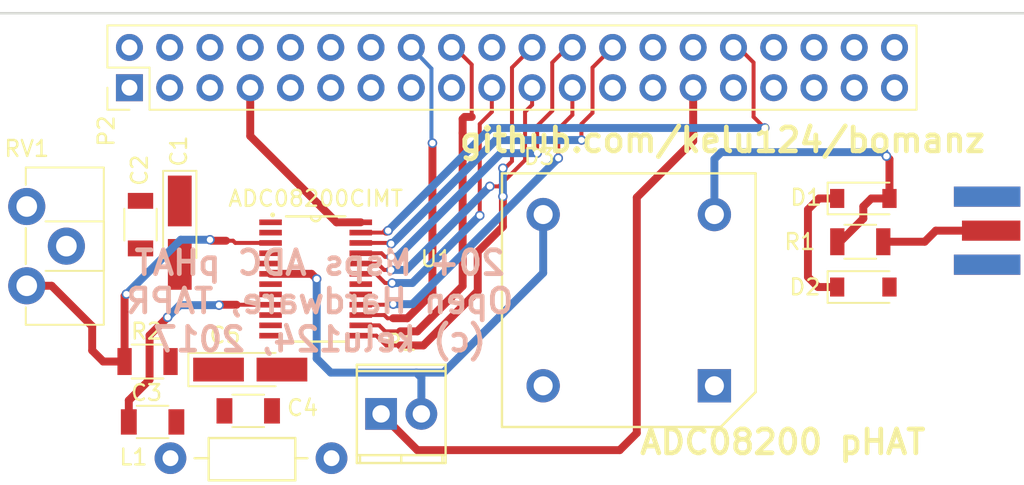
<source format=kicad_pcb>

(kicad_pcb
  (version 4)
  (host pcbnew 4.0.6-e0-6349~53~ubuntu16.04.1)
  (general
    (links 82)
    (no_connects 26)
    (area 114.161499 29.823 179.335501 62.9235)
    (thickness 1.6)
    (drawings 7)
    (tracks 283)
    (zones 0)
    (modules 20)
    (nets 40))
  (page A4)
  (layers
    (0 F.Cu signal)
    (31 B.Cu signal hide)
    (32 B.Adhes user hide)
    (33 F.Adhes user hide)
    (34 B.Paste user hide)
    (35 F.Paste user hide)
    (36 B.SilkS user hide)
    (37 F.SilkS user)
    (38 B.Mask user hide)
    (39 F.Mask user hide)
    (40 Dwgs.User user hide)
    (41 Cmts.User user hide)
    (42 Eco1.User user hide)
    (43 Eco2.User user hide)
    (44 Edge.Cuts user hide)
    (45 Margin user hide)
    (46 B.CrtYd user hide)
    (47 F.CrtYd user hide)
    (48 B.Fab user hide)
    (49 F.Fab user hide))
  (setup
    (last_trace_width 0.25)
    (trace_clearance 0.2)
    (zone_clearance 0.508)
    (zone_45_only no)
    (trace_min 0.2)
    (segment_width 0.2)
    (edge_width 0.15)
    (via_size 0.6)
    (via_drill 0.4)
    (via_min_size 0.4)
    (via_min_drill 0.3)
    (uvia_size 0.3)
    (uvia_drill 0.1)
    (uvias_allowed no)
    (uvia_min_size 0.2)
    (uvia_min_drill 0.1)
    (pcb_text_width 0.3)
    (pcb_text_size 1.5 1.5)
    (mod_edge_width 0.15)
    (mod_text_size 1 1)
    (mod_text_width 0.15)
    (pad_size 1.7526 0.508)
    (pad_drill 0)
    (pad_to_mask_clearance 0.2)
    (aux_axis_origin 0 0)
    (visible_elements 7FFFFFFF)
    (pcbplotparams
      (layerselection 0x010ff_80000001)
      (usegerberextensions false)
      (excludeedgelayer true)
      (linewidth 0.1)
      (plotframeref false)
      (viasonmask false)
      (mode 1)
      (useauxorigin false)
      (hpglpennumber 1)
      (hpglpenspeed 20)
      (hpglpendiameter 15)
      (hpglpenoverlay 2)
      (psnegative false)
      (psa4output false)
      (plotreference true)
      (plotvalue true)
      (plotinvisibletext false)
      (padsonsilk false)
      (subtractmaskfromsilk true)
      (outputformat 1)
      (mirror false)
      (drillshape 0)
      (scaleselection 1)
      (outputdirectory bomanz-g)))
  (net 0 "")
  (net 1 +3V3)
  (net 2 GND)
  (net 3 "Net-(C3-Pad1)")
  (net 4 "Net-(C4-Pad1)")
  (net 5 "Net-(D1-Pad1)")
  (net 6 "Net-(D1-Pad2)")
  (net 7 "Net-(D3-Pad1)")
  (net 8 IN)
  (net 9 "Net-(P2-Pad2)")
  (net 10 "Net-(P2-Pad3)")
  (net 11 "Net-(P2-Pad4)")
  (net 12 "Net-(P2-Pad5)")
  (net 13 CLK)
  (net 14 "Net-(P2-Pad8)")
  (net 15 "Net-(P2-Pad10)")
  (net 16 "Net-(P2-Pad11)")
  (net 17 "Net-(P2-Pad12)")
  (net 18 "Net-(P2-Pad13)")
  (net 19 "Net-(P2-Pad15)")
  (net 20 D5)
  (net 21 D6)
  (net 22 D3)
  (net 23 D2)
  (net 24 D7)
  (net 25 D4)
  (net 26 D1)
  (net 27 D0)
  (net 28 "Net-(P2-Pad27)")
  (net 29 "Net-(P2-Pad28)")
  (net 30 "Net-(P2-Pad31)")
  (net 31 DM)
  (net 32 "Net-(P2-Pad33)")
  (net 33 "Net-(P2-Pad35)")
  (net 34 "Net-(P2-Pad36)")
  (net 35 "Net-(P2-Pad37)")
  (net 36 "Net-(P2-Pad38)")
  (net 37 "Net-(P2-Pad40)")
  (net 38 "Net-(K1-Pad1)")
  (net 39 "Net-(R2-Pad1)")
  (net_class Default "This is the default net class."
    (clearance 0.2)
    (trace_width 0.25)
    (via_dia 0.6)
    (via_drill 0.4)
    (uvia_dia 0.3)
    (uvia_drill 0.1)
    (add_net +3V3)
    (add_net CLK)
    (add_net D0)
    (add_net D1)
    (add_net D2)
    (add_net D3)
    (add_net D4)
    (add_net D5)
    (add_net D6)
    (add_net D7)
    (add_net DM)
    (add_net GND)
    (add_net IN)
    (add_net "Net-(C3-Pad1)")
    (add_net "Net-(C4-Pad1)")
    (add_net "Net-(D1-Pad1)")
    (add_net "Net-(D1-Pad2)")
    (add_net "Net-(D3-Pad1)")
    (add_net "Net-(K1-Pad1)")
    (add_net "Net-(P2-Pad10)")
    (add_net "Net-(P2-Pad11)")
    (add_net "Net-(P2-Pad12)")
    (add_net "Net-(P2-Pad13)")
    (add_net "Net-(P2-Pad15)")
    (add_net "Net-(P2-Pad2)")
    (add_net "Net-(P2-Pad27)")
    (add_net "Net-(P2-Pad28)")
    (add_net "Net-(P2-Pad3)")
    (add_net "Net-(P2-Pad31)")
    (add_net "Net-(P2-Pad33)")
    (add_net "Net-(P2-Pad35)")
    (add_net "Net-(P2-Pad36)")
    (add_net "Net-(P2-Pad37)")
    (add_net "Net-(P2-Pad38)")
    (add_net "Net-(P2-Pad4)")
    (add_net "Net-(P2-Pad40)")
    (add_net "Net-(P2-Pad5)")
    (add_net "Net-(P2-Pad8)")
    (add_net "Net-(R2-Pad1)"))
  (module Pin_Headers:Pin_Header_Straight_2x20_Pitch2.54mm
    (layer F.Cu)
    (tedit 58CA2D1C)
    (tstamp 58C8E896)
    (at 122.6185 36.068 90)
    (descr "Through hole straight pin header, 2x20, 2.54mm pitch, double rows")
    (tags "Through hole pin header THT 2x20 2.54mm double row")
    (path /58C63A10)
    (fp_text reference P2
      (at -2.7305 -1.4605 90)
      (layer F.SilkS)
      (effects
        (font
          (size 1 1)
          (thickness 0.15))))
    (fp_text value ""
      (at -7.6835 25.7175 180)
      (layer F.Fab)
      (effects
        (font
          (size 1 1)
          (thickness 0.15))))
    (fp_line
      (start -1.27 -1.27)
      (end -1.27 49.53)
      (layer F.Fab)
      (width 0.1))
    (fp_line
      (start -1.27 49.53)
      (end 3.81 49.53)
      (layer F.Fab)
      (width 0.1))
    (fp_line
      (start 3.81 49.53)
      (end 3.81 -1.27)
      (layer F.Fab)
      (width 0.1))
    (fp_line
      (start 3.81 -1.27)
      (end -1.27 -1.27)
      (layer F.Fab)
      (width 0.1))
    (fp_line
      (start -1.39 1.27)
      (end -1.39 49.65)
      (layer F.SilkS)
      (width 0.12))
    (fp_line
      (start -1.39 49.65)
      (end 3.93 49.65)
      (layer F.SilkS)
      (width 0.12))
    (fp_line
      (start 3.93 49.65)
      (end 3.93 -1.39)
      (layer F.SilkS)
      (width 0.12))
    (fp_line
      (start 3.93 -1.39)
      (end 1.27 -1.39)
      (layer F.SilkS)
      (width 0.12))
    (fp_line
      (start 1.27 -1.39)
      (end 1.27 1.27)
      (layer F.SilkS)
      (width 0.12))
    (fp_line
      (start 1.27 1.27)
      (end -1.39 1.27)
      (layer F.SilkS)
      (width 0.12))
    (fp_line
      (start -1.39 0)
      (end -1.39 -1.39)
      (layer F.SilkS)
      (width 0.12))
    (fp_line
      (start -1.39 -1.39)
      (end 0 -1.39)
      (layer F.SilkS)
      (width 0.12))
    (fp_line
      (start -1.6 -1.6)
      (end -1.6 49.8)
      (layer F.CrtYd)
      (width 0.05))
    (fp_line
      (start -1.6 49.8)
      (end 4.1 49.8)
      (layer F.CrtYd)
      (width 0.05))
    (fp_line
      (start 4.1 49.8)
      (end 4.1 -1.6)
      (layer F.CrtYd)
      (width 0.05))
    (fp_line
      (start 4.1 -1.6)
      (end -1.6 -1.6)
      (layer F.CrtYd)
      (width 0.05))
    (pad 1 thru_hole rect
      (at 0 0 90)
      (size 1.7 1.7)
      (drill 1)
      (layers *.Cu *.Mask))
    (pad 2 thru_hole oval
      (at 2.54 0 90)
      (size 1.7 1.7)
      (drill 1)
      (layers *.Cu *.Mask))
    (pad 3 thru_hole oval
      (at 0 2.54 90)
      (size 1.7 1.7)
      (drill 1)
      (layers *.Cu *.Mask))
    (pad 4 thru_hole oval
      (at 2.54 2.54 90)
      (size 1.7 1.7)
      (drill 1)
      (layers *.Cu *.Mask))
    (pad 5 thru_hole oval
      (at 0 5.08 90)
      (size 1.7 1.7)
      (drill 1)
      (layers *.Cu *.Mask))
    (pad 6 thru_hole oval
      (at 2.54 5.08 90)
      (size 1.7 1.7)
      (drill 1)
      (layers *.Cu *.Mask))
    (pad 7 thru_hole oval
      (at 0 7.62 90)
      (size 1.7 1.7)
      (drill 1)
      (layers *.Cu *.Mask)
      (net 13 CLK))
    (pad 8 thru_hole oval
      (at 2.54 7.62 90)
      (size 1.7 1.7)
      (drill 1)
      (layers *.Cu *.Mask))
    (pad 9 thru_hole oval
      (at 0 10.16 90)
      (size 1.7 1.7)
      (drill 1)
      (layers *.Cu *.Mask))
    (pad 10 thru_hole oval
      (at 2.54 10.16 90)
      (size 1.7 1.7)
      (drill 1)
      (layers *.Cu *.Mask))
    (pad 11 thru_hole oval
      (at 0 12.7 90)
      (size 1.7 1.7)
      (drill 1)
      (layers *.Cu *.Mask))
    (pad 12 thru_hole oval
      (at 2.54 12.7 90)
      (size 1.7 1.7)
      (drill 1)
      (layers *.Cu *.Mask))
    (pad 13 thru_hole oval
      (at 0 15.24 90)
      (size 1.7 1.7)
      (drill 1)
      (layers *.Cu *.Mask))
    (pad 14 thru_hole oval
      (at 2.54 15.24 90)
      (size 1.7 1.7)
      (drill 1)
      (layers *.Cu *.Mask))
    (pad 15 thru_hole oval
      (at 0 17.78 90)
      (size 1.7 1.7)
      (drill 1)
      (layers *.Cu *.Mask))
    (pad 16 thru_hole oval
      (at 2.54 17.78 90)
      (size 1.7 1.7)
      (drill 1)
      (layers *.Cu *.Mask)
      (net 20 D5))
    (pad 17 thru_hole oval
      (at 0 20.32 90)
      (size 1.7 1.7)
      (drill 1)
      (layers *.Cu *.Mask))
    (pad 18 thru_hole oval
      (at 2.54 20.32 90)
      (size 1.7 1.7)
      (drill 1)
      (layers *.Cu *.Mask)
      (net 21 D6))
    (pad 19 thru_hole oval
      (at 0 22.86 90)
      (size 1.7 1.7)
      (drill 1)
      (layers *.Cu *.Mask)
      (net 22 D3))
    (pad 20 thru_hole oval
      (at 2.54 22.86 90)
      (size 1.7 1.7)
      (drill 1)
      (layers *.Cu *.Mask))
    (pad 21 thru_hole oval
      (at 0 25.4 90)
      (size 1.7 1.7)
      (drill 1)
      (layers *.Cu *.Mask)
      (net 23 D2))
    (pad 22 thru_hole oval
      (at 2.54 25.4 90)
      (size 1.7 1.7)
      (drill 1)
      (layers *.Cu *.Mask)
      (net 24 D7))
    (pad 23 thru_hole oval
      (at 0 27.94 90)
      (size 1.7 1.7)
      (drill 1)
      (layers *.Cu *.Mask)
      (net 25 D4))
    (pad 24 thru_hole oval
      (at 2.54 27.94 90)
      (size 1.7 1.7)
      (drill 1)
      (layers *.Cu *.Mask)
      (net 26 D1))
    (pad 25 thru_hole oval
      (at 0 30.48 90)
      (size 1.7 1.7)
      (drill 1)
      (layers *.Cu *.Mask))
    (pad 26 thru_hole oval
      (at 2.54 30.48 90)
      (size 1.7 1.7)
      (drill 1)
      (layers *.Cu *.Mask)
      (net 27 D0))
    (pad 27 thru_hole oval
      (at 0 33.02 90)
      (size 1.7 1.7)
      (drill 1)
      (layers *.Cu *.Mask))
    (pad 28 thru_hole oval
      (at 2.54 33.02 90)
      (size 1.7 1.7)
      (drill 1)
      (layers *.Cu *.Mask))
    (pad 29 thru_hole oval
      (at 0 35.56 90)
      (size 1.7 1.7)
      (drill 1)
      (layers *.Cu *.Mask)
      (net 8 IN))
    (pad 30 thru_hole oval
      (at 2.54 35.56 90)
      (size 1.7 1.7)
      (drill 1)
      (layers *.Cu *.Mask))
    (pad 31 thru_hole oval
      (at 0 38.1 90)
      (size 1.7 1.7)
      (drill 1)
      (layers *.Cu *.Mask))
    (pad 32 thru_hole oval
      (at 2.54 38.1 90)
      (size 1.7 1.7)
      (drill 1)
      (layers *.Cu *.Mask)
      (net 31 DM))
    (pad 33 thru_hole oval
      (at 0 40.64 90)
      (size 1.7 1.7)
      (drill 1)
      (layers *.Cu *.Mask))
    (pad 34 thru_hole oval
      (at 2.54 40.64 90)
      (size 1.7 1.7)
      (drill 1)
      (layers *.Cu *.Mask))
    (pad 35 thru_hole oval
      (at 0 43.18 90)
      (size 1.7 1.7)
      (drill 1)
      (layers *.Cu *.Mask))
    (pad 36 thru_hole oval
      (at 2.54 43.18 90)
      (size 1.7 1.7)
      (drill 1)
      (layers *.Cu *.Mask))
    (pad 37 thru_hole oval
      (at 0 45.72 90)
      (size 1.7 1.7)
      (drill 1)
      (layers *.Cu *.Mask))
    (pad 38 thru_hole oval
      (at 2.54 45.72 90)
      (size 1.7 1.7)
      (drill 1)
      (layers *.Cu *.Mask))
    (pad 39 thru_hole oval
      (at 0 48.26 90)
      (size 1.7 1.7)
      (drill 1)
      (layers *.Cu *.Mask))
    (pad 40 thru_hole oval
      (at 2.54 48.26 90)
      (size 1.7 1.7)
      (drill 1)
      (layers *.Cu *.Mask))
    (model Pin_Headers.3dshapes/Pin_Header_Straight_2x20_Pitch2.54mm.wrl
      (at
        (xyz 0.05 -0.95 0))
      (scale
        (xyz 1 1 1))
      (rotate
        (xyz 0 0 90))))
  (module adc08200:ADC08200_PW_24
    (layer F.Cu)
    (tedit 58D0B981)
    (tstamp 58C90231)
    (at 134.366 48.133)
    (path /58C655B2)
    (fp_text reference U1
      (at 7.62 -1.27)
      (layer F.SilkS)
      (effects
        (font
          (size 1 1)
          (thickness 0.15))))
    (fp_text value ADC08200CIMT
      (at 0 -5.08)
      (layer F.SilkS)
      (effects
        (font
          (size 1 1)
          (thickness 0.15))))
    (fp_text user "Copyright 2016 Accelerated Designs. All rights reserved."
      (at 0 0)
      (layer Cmts.User)
      (effects
        (font
          (size 0.127 0.127)
          (thickness 0.002))))
    (fp_line
      (start -2.2479 -3.4226)
      (end -2.2479 -3.7274)
      (layer Dwgs.User)
      (width 0.1524))
    (fp_line
      (start -2.2479 -3.7274)
      (end -3.2004 -3.7274)
      (layer Dwgs.User)
      (width 0.1524))
    (fp_line
      (start -3.2004 -3.7274)
      (end -3.2004 -3.4226)
      (layer Dwgs.User)
      (width 0.1524))
    (fp_line
      (start -3.2004 -3.4226)
      (end -2.2479 -3.4226)
      (layer Dwgs.User)
      (width 0.1524))
    (fp_line
      (start -2.2479 -2.772601)
      (end -2.2479 -3.077401)
      (layer Dwgs.User)
      (width 0.1524))
    (fp_line
      (start -2.2479 -3.077401)
      (end -3.2004 -3.077401)
      (layer Dwgs.User)
      (width 0.1524))
    (fp_line
      (start -3.2004 -3.077401)
      (end -3.2004 -2.772601)
      (layer Dwgs.User)
      (width 0.1524))
    (fp_line
      (start -3.2004 -2.772601)
      (end -2.2479 -2.772601)
      (layer Dwgs.User)
      (width 0.1524))
    (fp_line
      (start -2.2479 -2.122601)
      (end -2.2479 -2.427401)
      (layer Dwgs.User)
      (width 0.1524))
    (fp_line
      (start -2.2479 -2.427401)
      (end -3.2004 -2.427401)
      (layer Dwgs.User)
      (width 0.1524))
    (fp_line
      (start -3.2004 -2.427401)
      (end -3.2004 -2.122601)
      (layer Dwgs.User)
      (width 0.1524))
    (fp_line
      (start -3.2004 -2.122601)
      (end -2.2479 -2.122601)
      (layer Dwgs.User)
      (width 0.1524))
    (fp_line
      (start -2.2479 -1.472601)
      (end -2.2479 -1.777401)
      (layer Dwgs.User)
      (width 0.1524))
    (fp_line
      (start -2.2479 -1.777401)
      (end -3.2004 -1.777401)
      (layer Dwgs.User)
      (width 0.1524))
    (fp_line
      (start -3.2004 -1.777401)
      (end -3.2004 -1.472601)
      (layer Dwgs.User)
      (width 0.1524))
    (fp_line
      (start -3.2004 -1.472601)
      (end -2.2479 -1.472601)
      (layer Dwgs.User)
      (width 0.1524))
    (fp_line
      (start -2.2479 -0.822601)
      (end -2.2479 -1.127401)
      (layer Dwgs.User)
      (width 0.1524))
    (fp_line
      (start -2.2479 -1.127401)
      (end -3.2004 -1.127401)
      (layer Dwgs.User)
      (width 0.1524))
    (fp_line
      (start -3.2004 -1.127401)
      (end -3.2004 -0.822601)
      (layer Dwgs.User)
      (width 0.1524))
    (fp_line
      (start -3.2004 -0.822601)
      (end -2.2479 -0.822601)
      (layer Dwgs.User)
      (width 0.1524))
    (fp_line
      (start -2.2479 -0.172601)
      (end -2.2479 -0.477401)
      (layer Dwgs.User)
      (width 0.1524))
    (fp_line
      (start -2.2479 -0.477401)
      (end -3.2004 -0.477401)
      (layer Dwgs.User)
      (width 0.1524))
    (fp_line
      (start -3.2004 -0.477401)
      (end -3.2004 -0.172601)
      (layer Dwgs.User)
      (width 0.1524))
    (fp_line
      (start -3.2004 -0.172601)
      (end -2.2479 -0.172601)
      (layer Dwgs.User)
      (width 0.1524))
    (fp_line
      (start -2.2479 0.477399)
      (end -2.2479 0.172599)
      (layer Dwgs.User)
      (width 0.1524))
    (fp_line
      (start -2.2479 0.172599)
      (end -3.2004 0.172599)
      (layer Dwgs.User)
      (width 0.1524))
    (fp_line
      (start -3.2004 0.172599)
      (end -3.2004 0.477399)
      (layer Dwgs.User)
      (width 0.1524))
    (fp_line
      (start -3.2004 0.477399)
      (end -2.2479 0.477399)
      (layer Dwgs.User)
      (width 0.1524))
    (fp_line
      (start -2.2479 1.127399)
      (end -2.2479 0.822599)
      (layer Dwgs.User)
      (width 0.1524))
    (fp_line
      (start -2.2479 0.822599)
      (end -3.2004 0.822599)
      (layer Dwgs.User)
      (width 0.1524))
    (fp_line
      (start -3.2004 0.822599)
      (end -3.2004 1.127399)
      (layer Dwgs.User)
      (width 0.1524))
    (fp_line
      (start -3.2004 1.127399)
      (end -2.2479 1.127399)
      (layer Dwgs.User)
      (width 0.1524))
    (fp_line
      (start -2.2479 1.777399)
      (end -2.2479 1.472599)
      (layer Dwgs.User)
      (width 0.1524))
    (fp_line
      (start -2.2479 1.472599)
      (end -3.2004 1.472599)
      (layer Dwgs.User)
      (width 0.1524))
    (fp_line
      (start -3.2004 1.472599)
      (end -3.2004 1.777399)
      (layer Dwgs.User)
      (width 0.1524))
    (fp_line
      (start -3.2004 1.777399)
      (end -2.2479 1.777399)
      (layer Dwgs.User)
      (width 0.1524))
    (fp_line
      (start -2.2479 2.427399)
      (end -2.2479 2.122599)
      (layer Dwgs.User)
      (width 0.1524))
    (fp_line
      (start -2.2479 2.122599)
      (end -3.2004 2.122599)
      (layer Dwgs.User)
      (width 0.1524))
    (fp_line
      (start -3.2004 2.122599)
      (end -3.2004 2.427399)
      (layer Dwgs.User)
      (width 0.1524))
    (fp_line
      (start -3.2004 2.427399)
      (end -2.2479 2.427399)
      (layer Dwgs.User)
      (width 0.1524))
    (fp_line
      (start -2.2479 3.077399)
      (end -2.2479 2.772599)
      (layer Dwgs.User)
      (width 0.1524))
    (fp_line
      (start -2.2479 2.772599)
      (end -3.2004 2.772599)
      (layer Dwgs.User)
      (width 0.1524))
    (fp_line
      (start -3.2004 2.772599)
      (end -3.2004 3.077399)
      (layer Dwgs.User)
      (width 0.1524))
    (fp_line
      (start -3.2004 3.077399)
      (end -2.2479 3.077399)
      (layer Dwgs.User)
      (width 0.1524))
    (fp_line
      (start -2.2479 3.727399)
      (end -2.2479 3.422599)
      (layer Dwgs.User)
      (width 0.1524))
    (fp_line
      (start -2.2479 3.422599)
      (end -3.2004 3.422599)
      (layer Dwgs.User)
      (width 0.1524))
    (fp_line
      (start -3.2004 3.422599)
      (end -3.2004 3.727399)
      (layer Dwgs.User)
      (width 0.1524))
    (fp_line
      (start -3.2004 3.727399)
      (end -2.2479 3.727399)
      (layer Dwgs.User)
      (width 0.1524))
    (fp_line
      (start 2.2479 3.4226)
      (end 2.2479 3.7274)
      (layer Dwgs.User)
      (width 0.1524))
    (fp_line
      (start 2.2479 3.7274)
      (end 3.2004 3.7274)
      (layer Dwgs.User)
      (width 0.1524))
    (fp_line
      (start 3.2004 3.7274)
      (end 3.2004 3.4226)
      (layer Dwgs.User)
      (width 0.1524))
    (fp_line
      (start 3.2004 3.4226)
      (end 2.2479 3.4226)
      (layer Dwgs.User)
      (width 0.1524))
    (fp_line
      (start 2.2479 2.7726)
      (end 2.2479 3.0774)
      (layer Dwgs.User)
      (width 0.1524))
    (fp_line
      (start 2.2479 3.0774)
      (end 3.2004 3.0774)
      (layer Dwgs.User)
      (width 0.1524))
    (fp_line
      (start 3.2004 3.0774)
      (end 3.2004 2.7726)
      (layer Dwgs.User)
      (width 0.1524))
    (fp_line
      (start 3.2004 2.7726)
      (end 2.2479 2.7726)
      (layer Dwgs.User)
      (width 0.1524))
    (fp_line
      (start 2.2479 2.1226)
      (end 2.2479 2.4274)
      (layer Dwgs.User)
      (width 0.1524))
    (fp_line
      (start 2.2479 2.4274)
      (end 3.2004 2.4274)
      (layer Dwgs.User)
      (width 0.1524))
    (fp_line
      (start 3.2004 2.4274)
      (end 3.2004 2.1226)
      (layer Dwgs.User)
      (width 0.1524))
    (fp_line
      (start 3.2004 2.1226)
      (end 2.2479 2.1226)
      (layer Dwgs.User)
      (width 0.1524))
    (fp_line
      (start 2.2479 1.472601)
      (end 2.2479 1.777401)
      (layer Dwgs.User)
      (width 0.1524))
    (fp_line
      (start 2.2479 1.777401)
      (end 3.2004 1.777401)
      (layer Dwgs.User)
      (width 0.1524))
    (fp_line
      (start 3.2004 1.777401)
      (end 3.2004 1.472601)
      (layer Dwgs.User)
      (width 0.1524))
    (fp_line
      (start 3.2004 1.472601)
      (end 2.2479 1.472601)
      (layer Dwgs.User)
      (width 0.1524))
    (fp_line
      (start 2.2479 0.822601)
      (end 2.2479 1.127401)
      (layer Dwgs.User)
      (width 0.1524))
    (fp_line
      (start 2.2479 1.127401)
      (end 3.2004 1.127401)
      (layer Dwgs.User)
      (width 0.1524))
    (fp_line
      (start 3.2004 1.127401)
      (end 3.2004 0.822601)
      (layer Dwgs.User)
      (width 0.1524))
    (fp_line
      (start 3.2004 0.822601)
      (end 2.2479 0.822601)
      (layer Dwgs.User)
      (width 0.1524))
    (fp_line
      (start 2.2479 0.172601)
      (end 2.2479 0.477401)
      (layer Dwgs.User)
      (width 0.1524))
    (fp_line
      (start 2.2479 0.477401)
      (end 3.2004 0.477401)
      (layer Dwgs.User)
      (width 0.1524))
    (fp_line
      (start 3.2004 0.477401)
      (end 3.2004 0.172601)
      (layer Dwgs.User)
      (width 0.1524))
    (fp_line
      (start 3.2004 0.172601)
      (end 2.2479 0.172601)
      (layer Dwgs.User)
      (width 0.1524))
    (fp_line
      (start 2.2479 -0.477399)
      (end 2.2479 -0.172599)
      (layer Dwgs.User)
      (width 0.1524))
    (fp_line
      (start 2.2479 -0.172599)
      (end 3.2004 -0.172599)
      (layer Dwgs.User)
      (width 0.1524))
    (fp_line
      (start 3.2004 -0.172599)
      (end 3.2004 -0.477399)
      (layer Dwgs.User)
      (width 0.1524))
    (fp_line
      (start 3.2004 -0.477399)
      (end 2.2479 -0.477399)
      (layer Dwgs.User)
      (width 0.1524))
    (fp_line
      (start 2.2479 -1.127399)
      (end 2.2479 -0.822599)
      (layer Dwgs.User)
      (width 0.1524))
    (fp_line
      (start 2.2479 -0.822599)
      (end 3.2004 -0.822599)
      (layer Dwgs.User)
      (width 0.1524))
    (fp_line
      (start 3.2004 -0.822599)
      (end 3.2004 -1.127399)
      (layer Dwgs.User)
      (width 0.1524))
    (fp_line
      (start 3.2004 -1.127399)
      (end 2.2479 -1.127399)
      (layer Dwgs.User)
      (width 0.1524))
    (fp_line
      (start 2.2479 -1.777399)
      (end 2.2479 -1.472599)
      (layer Dwgs.User)
      (width 0.1524))
    (fp_line
      (start 2.2479 -1.472599)
      (end 3.2004 -1.472599)
      (layer Dwgs.User)
      (width 0.1524))
    (fp_line
      (start 3.2004 -1.472599)
      (end 3.2004 -1.777399)
      (layer Dwgs.User)
      (width 0.1524))
    (fp_line
      (start 3.2004 -1.777399)
      (end 2.2479 -1.777399)
      (layer Dwgs.User)
      (width 0.1524))
    (fp_line
      (start 2.2479 -2.427399)
      (end 2.2479 -2.122599)
      (layer Dwgs.User)
      (width 0.1524))
    (fp_line
      (start 2.2479 -2.122599)
      (end 3.2004 -2.122599)
      (layer Dwgs.User)
      (width 0.1524))
    (fp_line
      (start 3.2004 -2.122599)
      (end 3.2004 -2.427399)
      (layer Dwgs.User)
      (width 0.1524))
    (fp_line
      (start 3.2004 -2.427399)
      (end 2.2479 -2.427399)
      (layer Dwgs.User)
      (width 0.1524))
    (fp_line
      (start 2.2479 -3.077399)
      (end 2.2479 -2.772599)
      (layer Dwgs.User)
      (width 0.1524))
    (fp_line
      (start 2.2479 -2.772599)
      (end 3.2004 -2.772599)
      (layer Dwgs.User)
      (width 0.1524))
    (fp_line
      (start 3.2004 -2.772599)
      (end 3.2004 -3.077399)
      (layer Dwgs.User)
      (width 0.1524))
    (fp_line
      (start 3.2004 -3.077399)
      (end 2.2479 -3.077399)
      (layer Dwgs.User)
      (width 0.1524))
    (fp_line
      (start 2.2479 -3.727399)
      (end 2.2479 -3.422599)
      (layer Dwgs.User)
      (width 0.1524))
    (fp_line
      (start 2.2479 -3.422599)
      (end 3.2004 -3.422599)
      (layer Dwgs.User)
      (width 0.1524))
    (fp_line
      (start 3.2004 -3.422599)
      (end 3.2004 -3.727399)
      (layer Dwgs.User)
      (width 0.1524))
    (fp_line
      (start 3.2004 -3.727399)
      (end 2.2479 -3.727399)
      (layer Dwgs.User)
      (width 0.1524))
    (fp_line
      (start -1.865373 3.9497)
      (end 1.865373 3.9497)
      (layer F.SilkS)
      (width 0.1524))
    (fp_line
      (start 1.865373 -3.9497)
      (end -1.865373 -3.9497)
      (layer F.SilkS)
      (width 0.1524))
    (fp_line
      (start -2.2479 3.9497)
      (end 2.2479 3.9497)
      (layer Dwgs.User)
      (width 0.1524))
    (fp_line
      (start 2.2479 3.9497)
      (end 2.2479 -3.9497)
      (layer Dwgs.User)
      (width 0.1524))
    (fp_line
      (start 2.2479 -3.9497)
      (end -2.2479 -3.9497)
      (layer Dwgs.User)
      (width 0.1524))
    (fp_line
      (start -2.2479 -3.9497)
      (end -2.2479 3.9497)
      (layer Dwgs.User)
      (width 0.1524))
    (fp_arc
      (start 0 -3.9497)
      (end 0.3048 -3.9497)
      (angle 180)
      (layer F.SilkS)
      (width 0.1524))
    (fp_arc
      (start 0 -3.9497)
      (end 0.3048 -3.9497)
      (angle 180)
      (layer Dwgs.User)
      (width 0.1524))
    (fp_circle
      (center -2.7126 -4.045)
      (end -2.6364 -4.045)
      (layer F.SilkS)
      (width 0.1524))
    (fp_circle
      (center -3.9826 3.575)
      (end -3.9064 3.575)
      (layer Dwgs.User)
      (width 0.1524))
    (pad 1 smd rect
      (at -2.8448 -3.574999)
      (size 1.4224 0.3556)
      (layers F.Cu))
    (pad 1 smd rect
      (at -2.8448 -3.574999)
      (size 1.7526 0.508)
      (layers F.Mask))
    (pad 2 smd rect
      (at -2.8448 -2.925)
      (size 1.4224 0.3556)
      (layers F.Cu))
    (pad 2 smd rect
      (at -2.8448 -2.925)
      (size 1.7526 0.508)
      (layers F.Mask))
    (pad 3 smd rect
      (at -2.8448 -2.275002)
      (size 1.4224 0.3556)
      (layers F.Cu)
      (net 39 "Net-(R2-Pad1)"))
    (pad 3 smd rect
      (at -2.8448 -2.275002)
      (size 1.7526 0.508)
      (layers F.Mask))
    (pad 4 smd rect
      (at -2.8448 -1.625001)
      (size 1.4224 0.3556)
      (layers F.Cu))
    (pad 4 smd rect
      (at -2.8448 -1.625001)
      (size 1.7526 0.508)
      (layers F.Mask))
    (pad 5 smd rect
      (at -2.8448 -0.975002)
      (size 1.4224 0.3556)
      (layers F.Cu))
    (pad 5 smd rect
      (at -2.8448 -0.975002)
      (size 1.7526 0.508)
      (layers F.Mask))
    (pad 6 smd rect
      (at -2.8448 -0.325001)
      (size 1.4224 0.3556)
      (layers F.Cu)
      (net 7 "Net-(D3-Pad1)"))
    (pad 6 smd rect
      (at -2.8448 -0.325001)
      (size 1.7526 0.508)
      (layers F.Mask))
    (pad 7 smd rect
      (at -2.8448 0.324998)
      (size 1.4224 0.3556)
      (layers F.Cu))
    (pad 7 smd rect
      (at -2.8448 0.324998)
      (size 1.7526 0.508)
      (layers F.Mask))
    (pad 8 smd rect
      (at -2.8448 0.974999)
      (size 1.4224 0.3556)
      (layers F.Cu))
    (pad 8 smd rect
      (at -2.8448 0.974999)
      (size 1.7526 0.508)
      (layers F.Mask))
    (pad 9 smd rect
      (at -2.8448 1.624998)
      (size 1.4224 0.3556)
      (layers F.Cu)
      (net 3 "Net-(C3-Pad1)"))
    (pad 9 smd rect
      (at -2.8448 1.624998)
      (size 1.7526 0.508)
      (layers F.Mask))
    (pad 10 smd rect
      (at -2.8448 2.274999)
      (size 1.4224 0.3556)
      (layers F.Cu))
    (pad 10 smd rect
      (at -2.8448 2.274999)
      (size 1.7526 0.508)
      (layers F.Mask))
    (pad 11 smd rect
      (at -2.8448 2.924998)
      (size 1.4224 0.3556)
      (layers F.Cu))
    (pad 11 smd rect
      (at -2.8448 2.924998)
      (size 1.7526 0.508)
      (layers F.Mask))
    (pad 12 smd rect
      (at -2.8448 3.574999)
      (size 1.4224 0.3556)
      (layers F.Cu))
    (pad 12 smd rect
      (at -2.8448 3.574999)
      (size 1.7526 0.508)
      (layers F.Mask))
    (pad 13 smd rect
      (at 2.8448 3.574999)
      (size 1.4224 0.3556)
      (layers F.Cu)
      (net 24 D7))
    (pad 13 smd rect
      (at 2.8448 3.574999)
      (size 1.7526 0.508)
      (layers F.Mask))
    (pad 14 smd rect
      (at 2.8448 2.925)
      (size 1.4224 0.3556)
      (layers F.Cu)
      (net 21 D6))
    (pad 14 smd rect
      (at 2.8448 2.925)
      (size 1.7526 0.508)
      (layers F.Mask))
    (pad 15 smd rect
      (at 2.8448 2.274999)
      (size 1.4224 0.3556)
      (layers F.Cu)
      (net 20 D5))
    (pad 15 smd rect
      (at 2.8448 2.274999)
      (size 1.7526 0.508)
      (layers F.Mask))
    (pad 16 smd rect
      (at 2.8448 1.625001)
      (size 1.4224 0.3556)
      (layers F.Cu)
      (net 25 D4))
    (pad 16 smd rect
      (at 2.8448 1.625001)
      (size 1.7526 0.508)
      (layers F.Mask))
    (pad 17 smd rect
      (at 2.8448 0.974999)
      (size 1.4224 0.3556)
      (layers F.Cu))
    (pad 17 smd rect
      (at 2.8448 0.974999)
      (size 1.7526 0.508)
      (layers F.Mask))
    (pad 18 smd rect
      (at 2.8448 0.325001)
      (size 1.4224 0.3556)
      (layers F.Cu))
    (pad 18 smd rect
      (at 2.8448 0.325001)
      (size 1.7526 0.508)
      (layers F.Mask))
    (pad 19 smd rect
      (at 2.8448 -0.324998)
      (size 1.4224 0.3556)
      (layers F.Cu)
      (net 22 D3))
    (pad 19 smd rect
      (at 2.8448 -0.324998)
      (size 1.7526 0.508)
      (layers F.Mask))
    (pad 20 smd rect
      (at 2.8448 -0.974999)
      (size 1.4224 0.3556)
      (layers F.Cu)
      (net 23 D2))
    (pad 20 smd rect
      (at 2.8448 -0.974999)
      (size 1.7526 0.508)
      (layers F.Mask))
    (pad 21 smd rect
      (at 2.8448 -1.624998)
      (size 1.4224 0.3556)
      (layers F.Cu)
      (net 26 D1))
    (pad 21 smd rect
      (at 2.8448 -1.624998)
      (size 1.7526 0.508)
      (layers F.Mask))
    (pad 22 smd rect
      (at 2.8448 -2.274999)
      (size 1.4224 0.3556)
      (layers F.Cu)
      (net 27 D0))
    (pad 22 smd rect
      (at 2.8448 -2.274999)
      (size 1.7526 0.508)
      (layers F.Mask))
    (pad 23 smd rect
      (at 2.8448 -2.924998)
      (size 1.4224 0.3556)
      (layers F.Cu)
      (net 31 DM))
    (pad 23 smd rect
      (at 2.8448 -2.924998)
      (size 1.7526 0.508)
      (layers F.Mask))
    (pad 24 smd rect
      (at 2.8448 -3.574999)
      (size 1.4224 0.3556)
      (layers F.Cu)
      (net 13 CLK))
    (pad 24 smd rect
      (at 2.8448 -3.574999)
      (size 1.7526 0.508)
      (layers F.Mask)))
  (module Capacitors_Tantalum_SMD:CP_Tantalum_Case-A_EIA-3216-18_Hand
    (layer F.Cu)
    (tedit 58CA2C1E)
    (tstamp 58C8E832)
    (at 125.7935 45.212 270)
    (descr "Tantalum capacitor, Case A, EIA 3216-18, 3.2x1.6x1.6mm, Hand soldering footprint")
    (tags "capacitor tantalum smd")
    (path /58C6376C)
    (attr smd)
    (fp_text reference C1
      (at -5.1435 0.0635 270)
      (layer F.SilkS)
      (effects
        (font
          (size 1 1)
          (thickness 0.15))))
    (fp_text value ""
      (at -0.127 4.0005 270)
      (layer F.Fab)
      (effects
        (font
          (size 1 1)
          (thickness 0.15))))
    (fp_line
      (start -4 -1.2)
      (end -4 1.2)
      (layer F.CrtYd)
      (width 0.05))
    (fp_line
      (start -4 1.2)
      (end 4 1.2)
      (layer F.CrtYd)
      (width 0.05))
    (fp_line
      (start 4 1.2)
      (end 4 -1.2)
      (layer F.CrtYd)
      (width 0.05))
    (fp_line
      (start 4 -1.2)
      (end -4 -1.2)
      (layer F.CrtYd)
      (width 0.05))
    (fp_line
      (start -1.6 -0.8)
      (end -1.6 0.8)
      (layer F.Fab)
      (width 0.1))
    (fp_line
      (start -1.6 0.8)
      (end 1.6 0.8)
      (layer F.Fab)
      (width 0.1))
    (fp_line
      (start 1.6 0.8)
      (end 1.6 -0.8)
      (layer F.Fab)
      (width 0.1))
    (fp_line
      (start 1.6 -0.8)
      (end -1.6 -0.8)
      (layer F.Fab)
      (width 0.1))
    (fp_line
      (start -1.28 -0.8)
      (end -1.28 0.8)
      (layer F.Fab)
      (width 0.1))
    (fp_line
      (start -1.12 -0.8)
      (end -1.12 0.8)
      (layer F.Fab)
      (width 0.1))
    (fp_line
      (start -3.9 -1.05)
      (end 1.6 -1.05)
      (layer F.SilkS)
      (width 0.12))
    (fp_line
      (start -3.9 1.05)
      (end 1.6 1.05)
      (layer F.SilkS)
      (width 0.12))
    (fp_line
      (start -3.9 -1.05)
      (end -3.9 1.05)
      (layer F.SilkS)
      (width 0.12))
    (pad 1 smd rect
      (at -2 0 270)
      (size 3.2 1.5)
      (layers F.Cu F.Paste F.Mask))
    (pad 2 smd rect
      (at 2 0 270)
      (size 3.2 1.5)
      (layers F.Cu F.Paste F.Mask))
    (model Capacitors_Tantalum_SMD.3dshapes/CP_Tantalum_Case-A_EIA-3216-18.wrl
      (at
        (xyz 0 0 0))
      (scale
        (xyz 1 1 1))
      (rotate
        (xyz 0 0 0))))
  (module Capacitors_SMD:C_1206
    (layer F.Cu)
    (tedit 58CA2C0F)
    (tstamp 58C8E838)
    (at 123.317 44.704 270)
    (descr "Capacitor SMD 1206, reflow soldering, AVX (see smccp.pdf)")
    (tags "capacitor 1206")
    (path /58C63577)
    (attr smd)
    (fp_text reference C2
      (at -3.429 0.0635 270)
      (layer F.SilkS)
      (effects
        (font
          (size 1 1)
          (thickness 0.15))))
    (fp_text value ""
      (at 0 2 270)
      (layer F.Fab)
      (effects
        (font
          (size 1 1)
          (thickness 0.15))))
    (fp_text user ""
      (at 0 -1.75 270)
      (layer F.Fab)
      (effects
        (font
          (size 1 1)
          (thickness 0.15))))
    (fp_line
      (start -1.6 0.8)
      (end -1.6 -0.8)
      (layer F.Fab)
      (width 0.1))
    (fp_line
      (start 1.6 0.8)
      (end -1.6 0.8)
      (layer F.Fab)
      (width 0.1))
    (fp_line
      (start 1.6 -0.8)
      (end 1.6 0.8)
      (layer F.Fab)
      (width 0.1))
    (fp_line
      (start -1.6 -0.8)
      (end 1.6 -0.8)
      (layer F.Fab)
      (width 0.1))
    (fp_line
      (start 1 -1.02)
      (end -1 -1.02)
      (layer F.SilkS)
      (width 0.12))
    (fp_line
      (start -1 1.02)
      (end 1 1.02)
      (layer F.SilkS)
      (width 0.12))
    (fp_line
      (start -2.25 -1.05)
      (end 2.25 -1.05)
      (layer F.CrtYd)
      (width 0.05))
    (fp_line
      (start -2.25 -1.05)
      (end -2.25 1.05)
      (layer F.CrtYd)
      (width 0.05))
    (fp_line
      (start 2.25 1.05)
      (end 2.25 -1.05)
      (layer F.CrtYd)
      (width 0.05))
    (fp_line
      (start 2.25 1.05)
      (end -2.25 1.05)
      (layer F.CrtYd)
      (width 0.05))
    (pad 1 smd rect
      (at -1.5 0 270)
      (size 1 1.6)
      (layers F.Cu F.Paste F.Mask))
    (pad 2 smd rect
      (at 1.5 0 270)
      (size 1 1.6)
      (layers F.Cu F.Paste F.Mask))
    (model Capacitors_SMD.3dshapes/C_1206.wrl
      (at
        (xyz 0 0 0))
      (scale
        (xyz 1 1 1))
      (rotate
        (xyz 0 0 0))))
  (module Capacitors_SMD:C_1206
    (layer F.Cu)
    (tedit 58CA2D05)
    (tstamp 58C8E83E)
    (at 124.079 57.15)
    (descr "Capacitor SMD 1206, reflow soldering, AVX (see smccp.pdf)")
    (tags "capacitor 1206")
    (path /58C68A17)
    (attr smd)
    (fp_text reference C3
      (at -0.381 -1.8415)
      (layer F.SilkS)
      (effects
        (font
          (size 1 1)
          (thickness 0.15))))
    (fp_text value ""
      (at 0 2)
      (layer F.Fab)
      (effects
        (font
          (size 1 1)
          (thickness 0.15))))
    (fp_text user ""
      (at 0 -1.75)
      (layer F.Fab)
      (effects
        (font
          (size 1 1)
          (thickness 0.15))))
    (fp_line
      (start -1.6 0.8)
      (end -1.6 -0.8)
      (layer F.Fab)
      (width 0.1))
    (fp_line
      (start 1.6 0.8)
      (end -1.6 0.8)
      (layer F.Fab)
      (width 0.1))
    (fp_line
      (start 1.6 -0.8)
      (end 1.6 0.8)
      (layer F.Fab)
      (width 0.1))
    (fp_line
      (start -1.6 -0.8)
      (end 1.6 -0.8)
      (layer F.Fab)
      (width 0.1))
    (fp_line
      (start 1 -1.02)
      (end -1 -1.02)
      (layer F.SilkS)
      (width 0.12))
    (fp_line
      (start -1 1.02)
      (end 1 1.02)
      (layer F.SilkS)
      (width 0.12))
    (fp_line
      (start -2.25 -1.05)
      (end 2.25 -1.05)
      (layer F.CrtYd)
      (width 0.05))
    (fp_line
      (start -2.25 -1.05)
      (end -2.25 1.05)
      (layer F.CrtYd)
      (width 0.05))
    (fp_line
      (start 2.25 1.05)
      (end 2.25 -1.05)
      (layer F.CrtYd)
      (width 0.05))
    (fp_line
      (start 2.25 1.05)
      (end -2.25 1.05)
      (layer F.CrtYd)
      (width 0.05))
    (pad 1 smd rect
      (at -1.5 0)
      (size 1 1.6)
      (layers F.Cu F.Paste F.Mask)
      (net 3 "Net-(C3-Pad1)"))
    (pad 2 smd rect
      (at 1.5 0)
      (size 1 1.6)
      (layers F.Cu F.Paste F.Mask))
    (model Capacitors_SMD.3dshapes/C_1206.wrl
      (at
        (xyz 0 0 0))
      (scale
        (xyz 1 1 1))
      (rotate
        (xyz 0 0 0))))
  (module Capacitors_SMD:C_1206
    (layer F.Cu)
    (tedit 58CA2CF9)
    (tstamp 58C8E844)
    (at 130.1115 56.4515)
    (descr "Capacitor SMD 1206, reflow soldering, AVX (see smccp.pdf)")
    (tags "capacitor 1206")
    (path /58C635F2)
    (attr smd)
    (fp_text reference C4
      (at 3.429 -0.1905)
      (layer F.SilkS)
      (effects
        (font
          (size 1 1)
          (thickness 0.15))))
    (fp_text value ""
      (at 0 2)
      (layer F.Fab)
      (effects
        (font
          (size 1 1)
          (thickness 0.15))))
    (fp_text user ""
      (at 0 -1.75)
      (layer F.Fab)
      (effects
        (font
          (size 1 1)
          (thickness 0.15))))
    (fp_line
      (start -1.6 0.8)
      (end -1.6 -0.8)
      (layer F.Fab)
      (width 0.1))
    (fp_line
      (start 1.6 0.8)
      (end -1.6 0.8)
      (layer F.Fab)
      (width 0.1))
    (fp_line
      (start 1.6 -0.8)
      (end 1.6 0.8)
      (layer F.Fab)
      (width 0.1))
    (fp_line
      (start -1.6 -0.8)
      (end 1.6 -0.8)
      (layer F.Fab)
      (width 0.1))
    (fp_line
      (start 1 -1.02)
      (end -1 -1.02)
      (layer F.SilkS)
      (width 0.12))
    (fp_line
      (start -1 1.02)
      (end 1 1.02)
      (layer F.SilkS)
      (width 0.12))
    (fp_line
      (start -2.25 -1.05)
      (end 2.25 -1.05)
      (layer F.CrtYd)
      (width 0.05))
    (fp_line
      (start -2.25 -1.05)
      (end -2.25 1.05)
      (layer F.CrtYd)
      (width 0.05))
    (fp_line
      (start 2.25 1.05)
      (end 2.25 -1.05)
      (layer F.CrtYd)
      (width 0.05))
    (fp_line
      (start 2.25 1.05)
      (end -2.25 1.05)
      (layer F.CrtYd)
      (width 0.05))
    (pad 1 smd rect
      (at -1.5 0)
      (size 1 1.6)
      (layers F.Cu F.Paste F.Mask))
    (pad 2 smd rect
      (at 1.5 0)
      (size 1 1.6)
      (layers F.Cu F.Paste F.Mask))
    (model Capacitors_SMD.3dshapes/C_1206.wrl
      (at
        (xyz 0 0 0))
      (scale
        (xyz 1 1 1))
      (rotate
        (xyz 0 0 0))))
  (module Capacitors_Tantalum_SMD:CP_Tantalum_Case-A_EIA-3216-18_Hand
    (layer F.Cu)
    (tedit 58CA2D27)
    (tstamp 58C8E84A)
    (at 130.2385 53.848)
    (descr "Tantalum capacitor, Case A, EIA 3216-18, 3.2x1.6x1.6mm, Hand soldering footprint")
    (tags "capacitor tantalum smd")
    (path /58C63689)
    (attr smd)
    (fp_text reference C5
      (at -1.5875 -2.159)
      (layer F.SilkS)
      (effects
        (font
          (size 1 1)
          (thickness 0.15))))
    (fp_text value ""
      (at 3.556 2.9845)
      (layer F.Fab)
      (effects
        (font
          (size 1 1)
          (thickness 0.15))))
    (fp_line
      (start -4 -1.2)
      (end -4 1.2)
      (layer F.CrtYd)
      (width 0.05))
    (fp_line
      (start -4 1.2)
      (end 4 1.2)
      (layer F.CrtYd)
      (width 0.05))
    (fp_line
      (start 4 1.2)
      (end 4 -1.2)
      (layer F.CrtYd)
      (width 0.05))
    (fp_line
      (start 4 -1.2)
      (end -4 -1.2)
      (layer F.CrtYd)
      (width 0.05))
    (fp_line
      (start -1.6 -0.8)
      (end -1.6 0.8)
      (layer F.Fab)
      (width 0.1))
    (fp_line
      (start -1.6 0.8)
      (end 1.6 0.8)
      (layer F.Fab)
      (width 0.1))
    (fp_line
      (start 1.6 0.8)
      (end 1.6 -0.8)
      (layer F.Fab)
      (width 0.1))
    (fp_line
      (start 1.6 -0.8)
      (end -1.6 -0.8)
      (layer F.Fab)
      (width 0.1))
    (fp_line
      (start -1.28 -0.8)
      (end -1.28 0.8)
      (layer F.Fab)
      (width 0.1))
    (fp_line
      (start -1.12 -0.8)
      (end -1.12 0.8)
      (layer F.Fab)
      (width 0.1))
    (fp_line
      (start -3.9 -1.05)
      (end 1.6 -1.05)
      (layer F.SilkS)
      (width 0.12))
    (fp_line
      (start -3.9 1.05)
      (end 1.6 1.05)
      (layer F.SilkS)
      (width 0.12))
    (fp_line
      (start -3.9 -1.05)
      (end -3.9 1.05)
      (layer F.SilkS)
      (width 0.12))
    (pad 1 smd rect
      (at -2 0)
      (size 3.2 1.5)
      (layers F.Cu F.Paste F.Mask))
    (pad 2 smd rect
      (at 2 0)
      (size 3.2 1.5)
      (layers F.Cu F.Paste F.Mask))
    (model Capacitors_Tantalum_SMD.3dshapes/CP_Tantalum_Case-A_EIA-3216-18.wrl
      (at
        (xyz 0 0 0))
      (scale
        (xyz 1 1 1))
      (rotate
        (xyz 0 0 0))))
  (module Diodes_SMD:D_SOD-123
    (layer F.Cu)
    (tedit 58CA2C8A)
    (tstamp 58C8E850)
    (at 168.91 43.053)
    (descr SOD-123)
    (tags SOD-123)
    (path /58C6385E)
    (attr smd)
    (fp_text reference D1
      (at -3.6195 -0.0635)
      (layer F.SilkS)
      (effects
        (font
          (size 1 1)
          (thickness 0.15))))
    (fp_text value ""
      (at 0 2.1)
      (layer F.Fab) hide
      (effects
        (font
          (size 1 1)
          (thickness 0.15))))
    (fp_line
      (start -2.25 -1)
      (end -2.25 1)
      (layer F.SilkS)
      (width 0.12))
    (fp_line
      (start 0.25 0)
      (end 0.75 0)
      (layer F.Fab)
      (width 0.1))
    (fp_line
      (start 0.25 0.4)
      (end -0.35 0)
      (layer F.Fab)
      (width 0.1))
    (fp_line
      (start 0.25 -0.4)
      (end 0.25 0.4)
      (layer F.Fab)
      (width 0.1))
    (fp_line
      (start -0.35 0)
      (end 0.25 -0.4)
      (layer F.Fab)
      (width 0.1))
    (fp_line
      (start -0.35 0)
      (end -0.35 0.55)
      (layer F.Fab)
      (width 0.1))
    (fp_line
      (start -0.35 0)
      (end -0.35 -0.55)
      (layer F.Fab)
      (width 0.1))
    (fp_line
      (start -0.75 0)
      (end -0.35 0)
      (layer F.Fab)
      (width 0.1))
    (fp_line
      (start -1.4 0.9)
      (end -1.4 -0.9)
      (layer F.Fab)
      (width 0.1))
    (fp_line
      (start 1.4 0.9)
      (end -1.4 0.9)
      (layer F.Fab)
      (width 0.1))
    (fp_line
      (start 1.4 -0.9)
      (end 1.4 0.9)
      (layer F.Fab)
      (width 0.1))
    (fp_line
      (start -1.4 -0.9)
      (end 1.4 -0.9)
      (layer F.Fab)
      (width 0.1))
    (fp_line
      (start -2.35 -1.15)
      (end 2.35 -1.15)
      (layer F.CrtYd)
      (width 0.05))
    (fp_line
      (start 2.35 -1.15)
      (end 2.35 1.15)
      (layer F.CrtYd)
      (width 0.05))
    (fp_line
      (start 2.35 1.15)
      (end -2.35 1.15)
      (layer F.CrtYd)
      (width 0.05))
    (fp_line
      (start -2.35 -1.15)
      (end -2.35 1.15)
      (layer F.CrtYd)
      (width 0.05))
    (fp_line
      (start -2.25 1)
      (end 1.65 1)
      (layer F.SilkS)
      (width 0.12))
    (fp_line
      (start -2.25 -1)
      (end 1.65 -1)
      (layer F.SilkS)
      (width 0.12))
    (pad 1 smd rect
      (at -1.65 0)
      (size 0.9 1.2)
      (layers F.Cu F.Paste F.Mask)
      (net 5 "Net-(D1-Pad1)"))
    (pad 2 smd rect
      (at 1.65 0)
      (size 0.9 1.2)
      (layers F.Cu F.Paste F.Mask)
      (net 6 "Net-(D1-Pad2)"))
    (model ${KISYS3DMOD}/Diodes_SMD.3dshapes/D_SOD-123.wrl
      (at
        (xyz 0 0 0))
      (scale
        (xyz 1 1 1))
      (rotate
        (xyz 0 0 0))))
  (module Diodes_SMD:D_SOD-123
    (layer F.Cu)
    (tedit 58CA2C82)
    (tstamp 58C8E856)
    (at 168.91 48.641)
    (descr SOD-123)
    (tags SOD-123)
    (path /58C63951)
    (attr smd)
    (fp_text reference D2
      (at -3.683 0)
      (layer F.SilkS)
      (effects
        (font
          (size 1 1)
          (thickness 0.15))))
    (fp_text value ""
      (at 0 2.1)
      (layer F.Fab)
      (effects
        (font
          (size 1 1)
          (thickness 0.15))))
    (fp_line
      (start -2.25 -1)
      (end -2.25 1)
      (layer F.SilkS)
      (width 0.12))
    (fp_line
      (start 0.25 0)
      (end 0.75 0)
      (layer F.Fab)
      (width 0.1))
    (fp_line
      (start 0.25 0.4)
      (end -0.35 0)
      (layer F.Fab)
      (width 0.1))
    (fp_line
      (start 0.25 -0.4)
      (end 0.25 0.4)
      (layer F.Fab)
      (width 0.1))
    (fp_line
      (start -0.35 0)
      (end 0.25 -0.4)
      (layer F.Fab)
      (width 0.1))
    (fp_line
      (start -0.35 0)
      (end -0.35 0.55)
      (layer F.Fab)
      (width 0.1))
    (fp_line
      (start -0.35 0)
      (end -0.35 -0.55)
      (layer F.Fab)
      (width 0.1))
    (fp_line
      (start -0.75 0)
      (end -0.35 0)
      (layer F.Fab)
      (width 0.1))
    (fp_line
      (start -1.4 0.9)
      (end -1.4 -0.9)
      (layer F.Fab)
      (width 0.1))
    (fp_line
      (start 1.4 0.9)
      (end -1.4 0.9)
      (layer F.Fab)
      (width 0.1))
    (fp_line
      (start 1.4 -0.9)
      (end 1.4 0.9)
      (layer F.Fab)
      (width 0.1))
    (fp_line
      (start -1.4 -0.9)
      (end 1.4 -0.9)
      (layer F.Fab)
      (width 0.1))
    (fp_line
      (start -2.35 -1.15)
      (end 2.35 -1.15)
      (layer F.CrtYd)
      (width 0.05))
    (fp_line
      (start 2.35 -1.15)
      (end 2.35 1.15)
      (layer F.CrtYd)
      (width 0.05))
    (fp_line
      (start 2.35 1.15)
      (end -2.35 1.15)
      (layer F.CrtYd)
      (width 0.05))
    (fp_line
      (start -2.35 -1.15)
      (end -2.35 1.15)
      (layer F.CrtYd)
      (width 0.05))
    (fp_line
      (start -2.25 1)
      (end 1.65 1)
      (layer F.SilkS)
      (width 0.12))
    (fp_line
      (start -2.25 -1)
      (end 1.65 -1)
      (layer F.SilkS)
      (width 0.12))
    (pad 1 smd rect
      (at -1.65 0)
      (size 0.9 1.2)
      (layers F.Cu F.Paste F.Mask)
      (net 5 "Net-(D1-Pad1)"))
    (pad 2 smd rect
      (at 1.65 0)
      (size 0.9 1.2)
      (layers F.Cu F.Paste F.Mask))
    (model ${KISYS3DMOD}/Diodes_SMD.3dshapes/D_SOD-123.wrl
      (at
        (xyz 0 0 0))
      (scale
        (xyz 1 1 1))
      (rotate
        (xyz 0 0 0))))
  (module Diodes_THT:Diode_Bridge_15.7x15.7
    (layer F.Cu)
    (tedit 58CA2C71)
    (tstamp 58C8E85E)
    (at 148.717 44.069)
    (descr "Single phase bridge rectifier case 15.7x15.7")
    (tags "Diode Bridge")
    (path /58C8E93C)
    (fp_text reference D3
      (at -0.25 -3.65)
      (layer F.SilkS)
      (effects
        (font
          (size 1 1)
          (thickness 0.15))))
    (fp_text value ""
      (at 5.1 14.7)
      (layer F.Fab)
      (effects
        (font
          (size 1 1)
          (thickness 0.15))))
    (fp_arc
      (start 9.2 1.75)
      (end 8.85 1.55)
      (angle 100)
      (layer F.Fab)
      (width 0.2))
    (fp_arc
      (start 9.75 1.2)
      (end 10.05 1.45)
      (angle 100)
      (layer F.Fab)
      (width 0.2))
    (fp_arc
      (start 2.25 8.7)
      (end 2.55 8.95)
      (angle 100)
      (layer F.Fab)
      (width 0.2))
    (fp_arc
      (start 1.7 9.25)
      (end 1.35 9.05)
      (angle 100)
      (layer F.Fab)
      (width 0.2))
    (fp_line
      (start 9 9)
      (end 10 9)
      (layer F.Fab)
      (width 0.2))
    (fp_line
      (start 9.5 8.5)
      (end 9.5 9.5)
      (layer F.Fab)
      (width 0.2))
    (fp_line
      (start 2.5 1.5)
      (end 1.5 1.5)
      (layer F.Fab)
      (width 0.2))
    (fp_line
      (start 13.75 11.4)
      (end 11.4 13.75)
      (layer F.CrtYd)
      (width 0.05))
    (fp_line
      (start 11.4 13.75)
      (end -2.95 13.75)
      (layer F.CrtYd)
      (width 0.05))
    (fp_line
      (start -2.95 13.75)
      (end -2.95 -2.95)
      (layer F.CrtYd)
      (width 0.05))
    (fp_line
      (start -2.95 -2.95)
      (end 13.75 -2.95)
      (layer F.CrtYd)
      (width 0.05))
    (fp_line
      (start 13.75 -2.95)
      (end 13.75 11.4)
      (layer F.CrtYd)
      (width 0.05))
    (fp_line
      (start 13.4 -2.6)
      (end 13.4 11.2)
      (layer F.SilkS)
      (width 0.15))
    (fp_line
      (start 13.4 11.2)
      (end 11.2 13.4)
      (layer F.SilkS)
      (width 0.15))
    (fp_line
      (start 11.2 13.4)
      (end -2.6 13.4)
      (layer F.SilkS)
      (width 0.15))
    (fp_line
      (start -2.6 -2.6)
      (end 13.4 -2.6)
      (layer F.SilkS)
      (width 0.15))
    (fp_line
      (start -2.6 13.4)
      (end -2.6 -2.6)
      (layer F.SilkS)
      (width 0.15))
    (pad 1 thru_hole circle
      (at 0 0)
      (size 2.1 2.1)
      (drill 1.2)
      (layers *.Cu *.Mask)
      (net 7 "Net-(D3-Pad1)"))
    (pad 2 thru_hole circle
      (at 0 10.8)
      (size 2.1 2.1)
      (drill 1.2)
      (layers *.Cu *.Mask))
    (pad 3 thru_hole rect
      (at 10.8 10.8)
      (size 2.1 2.1)
      (drill 1.2)
      (layers *.Cu *.Mask))
    (pad 4 thru_hole circle
      (at 10.8 0)
      (size 2.1 2.1)
      (drill 1.2)
      (layers *.Cu *.Mask)
      (net 6 "Net-(D1-Pad2)")))
  (module Choke_Axial_ThroughHole:Choke_Horizontal_RM10mm
    (layer F.Cu)
    (tedit 58CA2D0E)
    (tstamp 58C8E864)
    (at 130.3655 59.436 180)
    (descr "Choke, Axial, 10mm")
    (tags "Choke, Axial, 10mm")
    (path /58C66ACB)
    (fp_text reference L1
      (at 7.493 0.0635 180)
      (layer F.SilkS)
      (effects
        (font
          (size 1 1)
          (thickness 0.15))))
    (fp_text value ""
      (at 0 4.0005 180)
      (layer F.Fab)
      (effects
        (font
          (size 1 1)
          (thickness 0.15))))
    (fp_line
      (start -2.71526 0)
      (end -3.47726 0)
      (layer F.SilkS)
      (width 0.15))
    (fp_line
      (start 2.74574 0)
      (end 3.63474 0)
      (layer F.SilkS)
      (width 0.15))
    (fp_line
      (start -2.71526 1.27)
      (end -2.71526 -1.397)
      (layer F.SilkS)
      (width 0.15))
    (fp_line
      (start -2.71526 -1.397)
      (end 2.74574 -1.397)
      (layer F.SilkS)
      (width 0.15))
    (fp_line
      (start 2.74574 -1.397)
      (end 2.74574 1.27)
      (layer F.SilkS)
      (width 0.15))
    (fp_line
      (start 2.74574 1.27)
      (end -2.71526 1.27)
      (layer F.SilkS)
      (width 0.15))
    (pad 1 thru_hole circle
      (at -5.00126 0 180)
      (size 1.99898 1.99898)
      (drill 1.00076)
      (layers *.Cu *.Mask))
    (pad 2 thru_hole circle
      (at 5.15874 0 180)
      (size 1.99898 1.99898)
      (drill 1.00076)
      (layers *.Cu *.Mask)))
  (module Connectors_Terminal_Blocks:TerminalBlock_Pheonix_MPT-2.54mm_2pol
    (layer F.Cu)
    (tedit 58CA2C66)
    (tstamp 58C8E86A)
    (at 138.4935 56.642)
    (descr "2-way 2.54mm pitch terminal block, Phoenix MPT series")
    (path /58C66041)
    (fp_text reference P1
      (at 1.27 -4.50088)
      (layer F.SilkS)
      (effects
        (font
          (size 1 1)
          (thickness 0.15))))
    (fp_text value ""
      (at 1.9685 4.0005)
      (layer F.Fab)
      (effects
        (font
          (size 1 1)
          (thickness 0.15))))
    (fp_line
      (start -1.7 -3.3)
      (end 4.3 -3.3)
      (layer F.CrtYd)
      (width 0.05))
    (fp_line
      (start -1.7 3.3)
      (end -1.7 -3.3)
      (layer F.CrtYd)
      (width 0.05))
    (fp_line
      (start 4.3 3.3)
      (end -1.7 3.3)
      (layer F.CrtYd)
      (width 0.05))
    (fp_line
      (start 4.3 -3.3)
      (end 4.3 3.3)
      (layer F.CrtYd)
      (width 0.05))
    (fp_line
      (start 4.06908 2.60096)
      (end -1.52908 2.60096)
      (layer F.SilkS)
      (width 0.15))
    (fp_line
      (start -1.33096 3.0988)
      (end -1.33096 2.60096)
      (layer F.SilkS)
      (width 0.15))
    (fp_line
      (start 3.87096 2.60096)
      (end 3.87096 3.0988)
      (layer F.SilkS)
      (width 0.15))
    (fp_line
      (start 1.27 3.0988)
      (end 1.27 2.60096)
      (layer F.SilkS)
      (width 0.15))
    (fp_line
      (start -1.52908 -2.70002)
      (end 4.06908 -2.70002)
      (layer F.SilkS)
      (width 0.15))
    (fp_line
      (start -1.52908 3.0988)
      (end 4.06908 3.0988)
      (layer F.SilkS)
      (width 0.15))
    (fp_line
      (start 4.06908 3.0988)
      (end 4.06908 -3.0988)
      (layer F.SilkS)
      (width 0.15))
    (fp_line
      (start 4.06908 -3.0988)
      (end -1.52908 -3.0988)
      (layer F.SilkS)
      (width 0.15))
    (fp_line
      (start -1.52908 -3.0988)
      (end -1.52908 3.0988)
      (layer F.SilkS)
      (width 0.15))
    (pad 2 thru_hole oval
      (at 2.54 0)
      (size 1.99898 1.99898)
      (drill 1.09728)
      (layers *.Cu *.Mask)
      (net 7 "Net-(D3-Pad1)"))
    (pad 1 thru_hole rect
      (at 0 0)
      (size 1.99898 1.99898)
      (drill 1.09728)
      (layers *.Cu *.Mask)
      (net 8 IN))
    (model Terminal_Blocks.3dshapes/TerminalBlock_Pheonix_MPT-2.54mm_2pol.wrl
      (at
        (xyz 0.05 0 0))
      (scale
        (xyz 1 1 1))
      (rotate
        (xyz 0 0 0))))
  (module Resistors_SMD:R_1206
    (layer F.Cu)
    (tedit 58CA2C98)
    (tstamp 58C8E89C)
    (at 168.7195 45.7835)
    (descr "Resistor SMD 1206, reflow soldering, Vishay (see dcrcw.pdf)")
    (tags "resistor 1206")
    (path /58C634CE)
    (attr smd)
    (fp_text reference R1
      (at -3.81 0)
      (layer F.SilkS)
      (effects
        (font
          (size 1 1)
          (thickness 0.15))))
    (fp_text value ""
      (at 0 1.95)
      (layer F.Fab)
      (effects
        (font
          (size 1 1)
          (thickness 0.15))))
    (fp_text user ""
      (at 0 -1.85)
      (layer F.Fab)
      (effects
        (font
          (size 1 1)
          (thickness 0.15))))
    (fp_line
      (start -1.6 0.8)
      (end -1.6 -0.8)
      (layer F.Fab)
      (width 0.1))
    (fp_line
      (start 1.6 0.8)
      (end -1.6 0.8)
      (layer F.Fab)
      (width 0.1))
    (fp_line
      (start 1.6 -0.8)
      (end 1.6 0.8)
      (layer F.Fab)
      (width 0.1))
    (fp_line
      (start -1.6 -0.8)
      (end 1.6 -0.8)
      (layer F.Fab)
      (width 0.1))
    (fp_line
      (start 1 1.07)
      (end -1 1.07)
      (layer F.SilkS)
      (width 0.12))
    (fp_line
      (start -1 -1.07)
      (end 1 -1.07)
      (layer F.SilkS)
      (width 0.12))
    (fp_line
      (start -2.15 -1.11)
      (end 2.15 -1.11)
      (layer F.CrtYd)
      (width 0.05))
    (fp_line
      (start -2.15 -1.11)
      (end -2.15 1.1)
      (layer F.CrtYd)
      (width 0.05))
    (fp_line
      (start 2.15 1.1)
      (end 2.15 -1.11)
      (layer F.CrtYd)
      (width 0.05))
    (fp_line
      (start 2.15 1.1)
      (end -2.15 1.1)
      (layer F.CrtYd)
      (width 0.05))
    (pad 1 smd rect
      (at -1.45 0)
      (size 0.9 1.7)
      (layers F.Cu F.Paste F.Mask)
      (net 6 "Net-(D1-Pad2)"))
    (pad 2 smd rect
      (at 1.45 0)
      (size 0.9 1.7)
      (layers F.Cu F.Paste F.Mask)
      (net 38 "Net-(K1-Pad1)"))
    (model Resistors_SMD.3dshapes/R_1206.wrl
      (at
        (xyz 0 0 0))
      (scale
        (xyz 1 1 1))
      (rotate
        (xyz 0 0 0))))
  (module Resistors_SMD:R_1206
    (layer F.Cu)
    (tedit 58CA2D0A)
    (tstamp 58C8E8A2)
    (at 123.7615 53.34)
    (descr "Resistor SMD 1206, reflow soldering, Vishay (see dcrcw.pdf)")
    (tags "resistor 1206")
    (path /58C67843)
    (attr smd)
    (fp_text reference R2
      (at -0.0635 -1.905)
      (layer F.SilkS)
      (effects
        (font
          (size 1 1)
          (thickness 0.15))))
    (fp_text value ""
      (at 0 1.95)
      (layer F.Fab)
      (effects
        (font
          (size 1 1)
          (thickness 0.15))))
    (fp_text user ""
      (at 0 -1.85)
      (layer F.Fab)
      (effects
        (font
          (size 1 1)
          (thickness 0.15))))
    (fp_line
      (start -1.6 0.8)
      (end -1.6 -0.8)
      (layer F.Fab)
      (width 0.1))
    (fp_line
      (start 1.6 0.8)
      (end -1.6 0.8)
      (layer F.Fab)
      (width 0.1))
    (fp_line
      (start 1.6 -0.8)
      (end 1.6 0.8)
      (layer F.Fab)
      (width 0.1))
    (fp_line
      (start -1.6 -0.8)
      (end 1.6 -0.8)
      (layer F.Fab)
      (width 0.1))
    (fp_line
      (start 1 1.07)
      (end -1 1.07)
      (layer F.SilkS)
      (width 0.12))
    (fp_line
      (start -1 -1.07)
      (end 1 -1.07)
      (layer F.SilkS)
      (width 0.12))
    (fp_line
      (start -2.15 -1.11)
      (end 2.15 -1.11)
      (layer F.CrtYd)
      (width 0.05))
    (fp_line
      (start -2.15 -1.11)
      (end -2.15 1.1)
      (layer F.CrtYd)
      (width 0.05))
    (fp_line
      (start 2.15 1.1)
      (end 2.15 -1.11)
      (layer F.CrtYd)
      (width 0.05))
    (fp_line
      (start 2.15 1.1)
      (end -2.15 1.1)
      (layer F.CrtYd)
      (width 0.05))
    (pad 1 smd rect
      (at -1.45 0)
      (size 0.9 1.7)
      (layers F.Cu F.Paste F.Mask)
      (net 39 "Net-(R2-Pad1)"))
    (pad 2 smd rect
      (at 1.45 0)
      (size 0.9 1.7)
      (layers F.Cu F.Paste F.Mask))
    (model Resistors_SMD.3dshapes/R_1206.wrl
      (at
        (xyz 0 0 0))
      (scale
        (xyz 1 1 1))
      (rotate
        (xyz 0 0 0))))
  (module Potentiometers:Potentiometer_Trimmer_ACP_CA9h2.5_Vertical_Px2.5mm_Py5.0mm
    (layer F.Cu)
    (tedit 58CA2BC8)
    (tstamp 58C8E8A9)
    (at 116.1415 43.561)
    (descr "Potentiometer, vertically mounted, Omeg PC16PU, Omeg PC16PU, Omeg PC16PU, Vishay/Spectrol 248GJ/249GJ Single, Vishay/Spectrol 248GJ/249GJ Single, Vishay/Spectrol 248GJ/249GJ Single, Vishay/Spectrol 248GH/249GH Single, Vishay/Spectrol 148/149 Single, Vishay/Spectrol 148/149 Single, Vishay/Spectrol 148/149 Single, Vishay/Spectrol 148A/149A Single with mounting plates, Vishay/Spectrol 148/149 Double, Vishay/Spectrol 148A/149A Double with mounting plates, Piher PC-16 Single, Piher PC-16 Single, Piher PC-16 Single, Piher PC-16SV Single, Piher PC-16 Double, Piher PC-16 Triple, Piher T16H Single, Piher T16L Single, Piher T16H Double, Alps RK163 Single, Alps RK163 Double, Alps RK097 Single, Alps RK097 Double, Bourns PTV09A-2 Single with mounting sleve Single, Bourns PTV09A-1 with mounting sleve Single, Bourns PRS11S Single, Alps RK09K Single with mounting sleve Single, Alps RK09K with mounting sleve Single, Alps RK09L Single, Alps RK09L Single, Alps RK09L Double, Alps RK09L Double, Alps RK09Y Single, Bourns 3339S Single, Bourns 3339S Single, Bourns 3339P Single, Bourns 3339H Single, Vishay T7YA Single, Suntan TSR-3386H Single, Suntan TSR-3386H Single, Suntan TSR-3386P Single, Vishay T73XX Single, Vishay T73XX Single, Vishay T73YP Single, Piher PT-6h Single, Piher PT-6v Single, Piher PT-6v Single, Piher PT-10h2.5 Single, Piher PT-10h5 Single, Piher PT-101h3.8 Single, Piher PT-10v10 Single, Piher PT-10v10 Single, Piher PT-10v5 Single, Piher PT-15h5 Single, Piher PT-15h2.5 Single, Piher PT-15B Single, Piher PT-15hc5 Single, Piher PT-15v12.5 Single, Piher PT-15v12.5 Single, Piher PT-15v15 Single, Piher PT-15v15 Single, ACP CA6h Single, ACP CA6v Single, ACP CA6v Single, ACP CA6VSMD Single, ACP CA6VSMD Single, ACP CA9h2.5 Single, http://www.acptechnologies.com/wp-content/uploads/2016/12/ACP-CAT%C3%81LOGO-ENTERO-2016.pdf")
    (tags "Potentiometer vertical  Omeg PC16PU  Omeg PC16PU  Omeg PC16PU  Vishay/Spectrol 248GJ/249GJ Single  Vishay/Spectrol 248GJ/249GJ Single  Vishay/Spectrol 248GJ/249GJ Single  Vishay/Spectrol 248GH/249GH Single  Vishay/Spectrol 148/149 Single  Vishay/Spectrol 148/149 Single  Vishay/Spectrol 148/149 Single  Vishay/Spectrol 148A/149A Single with mounting plates  Vishay/Spectrol 148/149 Double  Vishay/Spectrol 148A/149A Double with mounting plates  Piher PC-16 Single  Piher PC-16 Single  Piher PC-16 Single  Piher PC-16SV Single  Piher PC-16 Double  Piher PC-16 Triple  Piher T16H Single  Piher T16L Single  Piher T16H Double  Alps RK163 Single  Alps RK163 Double  Alps RK097 Single  Alps RK097 Double  Bourns PTV09A-2 Single with mounting sleve Single  Bourns PTV09A-1 with mounting sleve Single  Bourns PRS11S Single  Alps RK09K Single with mounting sleve Single  Alps RK09K with mounting sleve Single  Alps RK09L Single  Alps RK09L Single  Alps RK09L Double  Alps RK09L Double  Alps RK09Y Single  Bourns 3339S Single  Bourns 3339S Single  Bourns 3339P Single  Bourns 3339H Single  Vishay T7YA Single  Suntan TSR-3386H Single  Suntan TSR-3386H Single  Suntan TSR-3386P Single  Vishay T73XX Single  Vishay T73XX Single  Vishay T73YP Single  Piher PT-6h Single  Piher PT-6v Single  Piher PT-6v Single  Piher PT-10h2.5 Single  Piher PT-10h5 Single  Piher PT-101h3.8 Single  Piher PT-10v10 Single  Piher PT-10v10 Single  Piher PT-10v5 Single  Piher PT-15h5 Single  Piher PT-15h2.5 Single  Piher PT-15B Single  Piher PT-15hc5 Single  Piher PT-15v12.5 Single  Piher PT-15v12.5 Single  Piher PT-15v15 Single  Piher PT-15v15 Single  ACP CA6h Single  ACP CA6v Single  ACP CA6v Single  ACP CA6VSMD Single  ACP CA6VSMD Single  ACP CA9h2.5 Single")
    (path /58C679B0)
    (fp_text reference RV1
      (at 0 -3.65)
      (layer F.SilkS)
      (effects
        (font
          (size 1 1)
          (thickness 0.15))))
    (fp_text value ""
      (at 0 8.65)
      (layer F.Fab)
      (effects
        (font
          (size 1 1)
          (thickness 0.15))))
    (fp_line
      (start 4.8 -2.4)
      (end 4.8 7.4)
      (layer F.Fab)
      (width 0.1))
    (fp_line
      (start 4.8 7.4)
      (end 0 7.4)
      (layer F.Fab)
      (width 0.1))
    (fp_line
      (start 0 7.4)
      (end 0 -2.4)
      (layer F.Fab)
      (width 0.1))
    (fp_line
      (start 0 -2.4)
      (end 4.8 -2.4)
      (layer F.Fab)
      (width 0.1))
    (fp_line
      (start 0 1)
      (end 0 4)
      (layer F.Fab)
      (width 0.1))
    (fp_line
      (start 0 4)
      (end 4.8 4)
      (layer F.Fab)
      (width 0.1))
    (fp_line
      (start 4.8 4)
      (end 4.8 1)
      (layer F.Fab)
      (width 0.1))
    (fp_line
      (start 4.8 1)
      (end 0 1)
      (layer F.Fab)
      (width 0.1))
    (fp_line
      (start -0.061 -2.461)
      (end 4.86 -2.461)
      (layer F.SilkS)
      (width 0.12))
    (fp_line
      (start -0.061 7.46)
      (end 4.86 7.46)
      (layer F.SilkS)
      (width 0.12))
    (fp_line
      (start 4.86 -2.461)
      (end 4.86 7.46)
      (layer F.SilkS)
      (width 0.12))
    (fp_line
      (start -0.061 6.365)
      (end -0.061 7.46)
      (layer F.SilkS)
      (width 0.12))
    (fp_line
      (start -0.061 -2.461)
      (end -0.061 -1.365)
      (layer F.SilkS)
      (width 0.12))
    (fp_line
      (start -0.061 1.365)
      (end -0.061 3.635)
      (layer F.SilkS)
      (width 0.12))
    (fp_line
      (start 1.185 0.94)
      (end 4.86 0.94)
      (layer F.SilkS)
      (width 0.12))
    (fp_line
      (start 1.185 4.061)
      (end 4.86 4.061)
      (layer F.SilkS)
      (width 0.12))
    (fp_line
      (start -0.061 1.365)
      (end -0.061 3.635)
      (layer F.SilkS)
      (width 0.12))
    (fp_line
      (start 4.86 0.94)
      (end 4.86 4.061)
      (layer F.SilkS)
      (width 0.12))
    (fp_line
      (start -1.45 -2.7)
      (end -1.45 7.65)
      (layer F.CrtYd)
      (width 0.05))
    (fp_line
      (start -1.45 7.65)
      (end 5.05 7.65)
      (layer F.CrtYd)
      (width 0.05))
    (fp_line
      (start 5.05 7.65)
      (end 5.05 -2.7)
      (layer F.CrtYd)
      (width 0.05))
    (fp_line
      (start 5.05 -2.7)
      (end -1.45 -2.7)
      (layer F.CrtYd)
      (width 0.05))
    (pad 3 thru_hole circle
      (at 0 5)
      (size 2.34 2.34)
      (drill 1.3)
      (layers *.Cu *.Mask)
      (net 39 "Net-(R2-Pad1)"))
    (pad 2 thru_hole circle
      (at 2.5 2.5)
      (size 2.34 2.34)
      (drill 1.3)
      (layers *.Cu *.Mask))
    (pad 1 thru_hole circle
      (at 0 0)
      (size 2.34 2.34)
      (drill 1.3)
      (layers *.Cu *.Mask))
    (model Potentiometers.3dshapes/Potentiometer_Trimmer_ACP_CA9h2.5_Vertical_Px2.5mm_Py5.0mm.wrl
      (at
        (xyz 0 0 0))
      (scale
        (xyz 0.393701 0.393701 0.393701))
      (rotate
        (xyz 0 0 0))))
  (module SMA:SMA_EDGE
    (layer F.Cu)
    (tedit 58C91C62)
    (tstamp 58C90567)
    (at 178.816 45.085 90)
    (path /58C7C199)
    (fp_text reference ""
      (at 0 -6.35 90)
      (layer F.SilkS) hide
      (effects
        (font
          (size 1.5 1.5)
          (thickness 0.15))))
    (fp_text value ""
      (at 7.62 -1.27 90)
      (layer F.SilkS)
      (effects
        (font
          (size 1.5 1.5)
          (thickness 0.15))))
    (pad 2 smd rect
      (at -2.1463 -2.0955 90)
      (size 1.27 4.191)
      (layers F.Cu F.Paste F.Mask))
    (pad 2 smd rect
      (at 2.1463 -2.0955 90)
      (size 1.27 4.191)
      (layers F.Cu F.Paste F.Mask))
    (pad 1 smd rect
      (at 0 -1.8415 90)
      (size 1.27 3.683)
      (layers F.Cu F.Paste F.Mask)
      (net 38 "Net-(K1-Pad1)"))
    (pad 2 smd rect
      (at -2.1463 -2.0955 90)
      (size 1.27 4.191)
      (layers B.Cu F.Paste F.Mask))
    (pad 2 smd rect
      (at 2.1463 -2.0955 90)
      (size 1.27 4.191)
      (layers B.Cu F.Paste F.Mask)))
  (module Mounting_Holes:MountingHole_3mm
    (layer F.Cu)
    (tedit 58C91C7B)
    (tstamp 58C91012)
    (at 117.729 34.798)
    (descr "Mounting Hole 3mm, no annular")
    (tags "mounting hole 3mm no annular")
    (fp_text reference ""
      (at 0 -4)
      (layer F.SilkS)
      (effects
        (font
          (size 1 1)
          (thickness 0.15))))
    (fp_text value ""
      (at 0 4)
      (layer F.Fab)
      (effects
        (font
          (size 1 1)
          (thickness 0.15))))
    (fp_circle
      (center 0 0)
      (end 3 0)
      (layer Cmts.User)
      (width 0.15))
    (fp_circle
      (center 0 0)
      (end 3.25 0)
      (layer F.CrtYd)
      (width 0.05))
    (pad "" np_thru_hole circle
      (at 0 0)
      (size 3 3)
      (drill 3)
      (layers *.Cu *.Mask)))
  (module Mounting_Holes:MountingHole_3mm
    (layer F.Cu)
    (tedit 58C91C82)
    (tstamp 58C9114D)
    (at 175.768 34.798)
    (descr "Mounting Hole 3mm, no annular")
    (tags "mounting hole 3mm no annular")
    (fp_text reference ""
      (at 0 -4)
      (layer F.SilkS)
      (effects
        (font
          (size 1 1)
          (thickness 0.15))))
    (fp_text value ""
      (at 0 4)
      (layer F.Fab)
      (effects
        (font
          (size 1 1)
          (thickness 0.15))))
    (fp_circle
      (center 0 0)
      (end 3 0)
      (layer Cmts.User)
      (width 0.15))
    (fp_circle
      (center 0 0)
      (end 3.25 0)
      (layer F.CrtYd)
      (width 0.05))
    (pad 1 np_thru_hole circle
      (at 0 0)
      (size 3 3)
      (drill 3)
      (layers *.Cu *.Mask)))
  (module Mounting_Holes:MountingHole_3mm
    (layer F.Cu)
    (tedit 58C91C70)
    (tstamp 58C9126E)
    (at 117.729 57.8485)
    (descr "Mounting Hole 3mm, no annular")
    (tags "mounting hole 3mm no annular")
    (fp_text reference ""
      (at 0 -4)
      (layer F.SilkS)
      (effects
        (font
          (size 1 1)
          (thickness 0.15))))
    (fp_text value ""
      (at 0 4)
      (layer F.Fab)
      (effects
        (font
          (size 1 1)
          (thickness 0.15))))
    (fp_circle
      (center 0 0)
      (end 3 0)
      (layer Cmts.User)
      (width 0.15))
    (fp_circle
      (center 0 0)
      (end 3.25 0)
      (layer F.CrtYd)
      (width 0.05))
    (pad 1 np_thru_hole circle
      (at 0 0)
      (size 3 3)
      (drill 3)
      (layers *.Cu *.Mask)))
  (module Mounting_Holes:MountingHole_3mm
    (layer F.Cu)
    (tedit 58C91CEC)
    (tstamp 58C912A9)
    (at 175.768 57.8485)
    (descr "Mounting Hole 3mm, no annular")
    (tags "mounting hole 3mm no annular")
    (fp_text reference ""
      (at 0 -4)
      (layer F.SilkS)
      (effects
        (font
          (size 1 1)
          (thickness 0.15))))
    (fp_text value ""
      (at 0 4)
      (layer F.Fab)
      (effects
        (font
          (size 1 1)
          (thickness 0.15))))
    (fp_circle
      (center 0 0)
      (end 3 0)
      (layer Cmts.User)
      (width 0.15))
    (fp_circle
      (center 0 0)
      (end 3.25 0)
      (layer F.CrtYd)
      (width 0.05))
    (pad 1 np_thru_hole circle
      (at 0 0)
      (size 3 3)
      (drill 3)
      (layers *.Cu *.Mask)))
  (gr_text "ADC08200 pHAT"
    (at 163.83 58.42)
    (layer F.SilkS)
    (effects
      (font
        (size 1.5 1.5)
        (thickness 0.3))))
  (gr_text github.com/kelu124/bomanz
    (at 160.02 39.37)
    (layer F.SilkS)
    (effects
      (font
        (size 1.5 1.5)
        (thickness 0.3))))
  (gr_text "20+ Msps ADC pHAT\nOpen Hardware, TAPR\n(c) kelu124, 2017"
    (at 134.62 49.53)
    (layer B.SilkS)
    (effects
      (font
        (size 1.5 1.5)
        (thickness 0.3))
      (justify mirror)))
  (gr_line
    (start 114.2365 61.4045)
    (end 114.2365 31.369)
    (angle 90)
    (layer Edge.Cuts)
    (width 0.15))
  (gr_line
    (start 179.2605 61.4045)
    (end 114.2365 61.4045)
    (angle 90)
    (layer Edge.Cuts)
    (width 0.15))
  (gr_line
    (start 179.2605 31.369)
    (end 179.2605 61.4045)
    (angle 90)
    (layer Edge.Cuts)
    (width 0.15))
  (gr_line
    (start 114.2365 31.369)
    (end 179.2605 31.369)
    (angle 90)
    (layer Edge.Cuts)
    (width 0.15))
  (via
    (at 128.27 49.784)
    (size 0.6)
    (layers F.Cu B.Cu)
    (net 3))
  (via
    (at 125.0315 50.546)
    (size 0.6)
    (layers F.Cu B.Cu)
    (net 3))
  (via
    (at 170.3705 40.386)
    (size 0.6)
    (layers F.Cu B.Cu)
    (net 6))
  (via
    (at 134.4295 48.133)
    (size 0.6)
    (layers F.Cu B.Cu)
    (net 7))
  (via
    (at 141.732 39.5605)
    (size 0.6)
    (layers F.Cu B.Cu)
    (net 20))
  (via
    (at 139.192 48.387)
    (size 0.6)
    (layers F.Cu B.Cu)
    (net 22))
  (via
    (at 144.7165 44.1325)
    (size 0.6)
    (layers F.Cu B.Cu)
    (net 22))
  (via
    (at 145.3515 42.291)
    (size 0.6)
    (layers F.Cu B.Cu)
    (net 23))
  (via
    (at 139.1285 47.5615)
    (size 0.6)
    (layers F.Cu B.Cu)
    (net 23))
  (via
    (at 146.177 42.926)
    (size 0.6)
    (layers F.Cu B.Cu)
    (net 24))
  (via
    (at 146.177 41.148)
    (size 0.6)
    (layers F.Cu B.Cu)
    (net 24))
  (via
    (at 149.6695 40.513)
    (size 0.6)
    (layers F.Cu B.Cu)
    (net 25))
  (via
    (at 139.2555 49.7205)
    (size 0.6)
    (layers F.Cu B.Cu)
    (net 25))
  (via
    (at 139.1285 46.736)
    (size 0.6)
    (layers F.Cu B.Cu)
    (net 26))
  (via
    (at 148.336 40.1955)
    (size 0.6)
    (layers F.Cu B.Cu)
    (net 26))
  (via
    (at 151.13 39.37)
    (size 0.6)
    (layers F.Cu B.Cu)
    (net 27))
  (via
    (at 139.1285 45.9105)
    (size 0.6)
    (layers F.Cu B.Cu)
    (net 27))
  (via
    (at 162.687 38.608)
    (size 0.6)
    (layers F.Cu B.Cu)
    (net 31))
  (via
    (at 138.938 45.085)
    (size 0.6)
    (layers F.Cu B.Cu)
    (net 31))
  (via
    (at 127.6985 45.6565)
    (size 0.6)
    (layers F.Cu B.Cu)
    (net 39))
  (via
    (at 122.428 49.0855)
    (size 0.6)
    (layers F.Cu B.Cu)
    (net 39))
  (segment
    (start 122.579 57.15)
    (end 122.579 55.7925)
    (width 0.5)
    (layer F.Cu)
    (net 3))
  (segment
    (start 128.296002 49.757998)
    (end 129.375502 49.757998)
    (width 0.5)
    (layer F.Cu)
    (net 3))
  (segment
    (start 128.27 49.784)
    (end 128.296002 49.757998)
    (width 0.5)
    (layer F.Cu)
    (net 3))
  (segment
    (start 125.7935 49.784)
    (end 128.27 49.784)
    (width 0.5)
    (layer B.Cu)
    (net 3))
  (segment
    (start 125.0315 50.546)
    (end 125.7935 49.784)
    (width 0.5)
    (layer B.Cu)
    (net 3))
  (segment
    (start 123.8885 51.689)
    (end 125.0315 50.546)
    (width 0.5)
    (layer F.Cu)
    (net 3))
  (segment
    (start 123.8885 54.483)
    (end 123.8885 51.689)
    (width 0.5)
    (layer F.Cu)
    (net 3))
  (segment
    (start 122.579 55.7925)
    (end 123.8885 54.483)
    (width 0.5)
    (layer F.Cu)
    (net 3))
  (segment
    (start 131.5212 49.757998)
    (end 129.375502 49.757998)
    (width 0.25)
    (layer F.Cu)
    (net 3))
  (segment
    (start 167.26 43.053)
    (end 166.116 43.053)
    (width 0.5)
    (layer F.Cu)
    (net 5))
  (segment
    (start 166.0525 48.641)
    (end 167.26 48.641)
    (width 0.5)
    (layer F.Cu)
    (net 5))
  (segment
    (start 165.4175 48.006)
    (end 166.0525 48.641)
    (width 0.5)
    (layer F.Cu)
    (net 5))
  (segment
    (start 165.4175 43.7515)
    (end 165.4175 48.006)
    (width 0.5)
    (layer F.Cu)
    (net 5))
  (segment
    (start 166.116 43.053)
    (end 165.4175 43.7515)
    (width 0.5)
    (layer F.Cu)
    (net 5))
  (segment
    (start 170.2435 40.132)
    (end 170.2435 40.259)
    (width 0.5)
    (layer B.Cu)
    (net 6))
  (segment
    (start 170.56 40.5755)
    (end 170.56 43.053)
    (width 0.5)
    (layer F.Cu)
    (net 6))
  (segment
    (start 170.3705 40.386)
    (end 170.56 40.5755)
    (width 0.5)
    (layer F.Cu)
    (net 6))
  (segment
    (start 170.2435 40.259)
    (end 170.3705 40.386)
    (width 0.5)
    (layer B.Cu)
    (net 6))
  (segment
    (start 159.517 44.069)
    (end 159.517 40.5715)
    (width 0.5)
    (layer B.Cu)
    (net 6))
  (segment
    (start 159.9565 40.132)
    (end 170.2435 40.132)
    (width 0.5)
    (layer B.Cu)
    (net 6))
  (segment
    (start 159.517 40.5715)
    (end 159.9565 40.132)
    (width 0.5)
    (layer B.Cu)
    (net 6))
  (segment
    (start 167.2695 45.7835)
    (end 167.4495 45.7835)
    (width 0.5)
    (layer F.Cu)
    (net 6))
  (segment
    (start 167.4495 45.7835)
    (end 168.91 44.323)
    (width 0.5)
    (layer F.Cu)
    (net 6))
  (segment
    (start 169.418 43.053)
    (end 170.56 43.053)
    (width 0.5)
    (layer F.Cu)
    (net 6))
  (segment
    (start 168.91 43.561)
    (end 169.418 43.053)
    (width 0.5)
    (layer F.Cu)
    (net 6))
  (segment
    (start 168.91 44.323)
    (end 168.91 43.561)
    (width 0.5)
    (layer F.Cu)
    (net 6))
  (segment
    (start 134.104499 47.807999)
    (end 131.5212 47.807999)
    (width 0.5)
    (layer F.Cu)
    (net 7))
  (segment
    (start 134.4295 48.133)
    (end 134.104499 47.807999)
    (width 0.5)
    (layer F.Cu)
    (net 7))
  (segment
    (start 134.4295 53.1495)
    (end 134.4295 48.133)
    (width 0.5)
    (layer B.Cu)
    (net 7))
  (segment
    (start 135.3185 54.0385)
    (end 134.4295 53.1495)
    (width 0.5)
    (layer B.Cu)
    (net 7))
  (segment
    (start 140.716 54.0385)
    (end 135.3185 54.0385)
    (width 0.5)
    (layer B.Cu)
    (net 7))
  (segment
    (start 141.0335 56.642)
    (end 141.0335 54.356)
    (width 0.5)
    (layer B.Cu)
    (net 7))
  (segment
    (start 141.0335 54.356)
    (end 140.716 54.0385)
    (width 0.5)
    (layer B.Cu)
    (net 7))
  (segment
    (start 148.717 44.069)
    (end 148.717 47.752)
    (width 0.5)
    (layer B.Cu)
    (net 7))
  (segment
    (start 142.4305 54.0385)
    (end 140.716 54.0385)
    (width 0.5)
    (layer B.Cu)
    (net 7))
  (segment
    (start 148.717 47.752)
    (end 142.4305 54.0385)
    (width 0.5)
    (layer B.Cu)
    (net 7))
  (segment
    (start 140.7795 58.928)
    (end 138.4935 56.642)
    (width 0.5)
    (layer F.Cu)
    (net 8))
  (segment
    (start 153.543 58.928)
    (end 140.7795 58.928)
    (width 0.5)
    (layer F.Cu)
    (net 8))
  (segment
    (start 154.6225 57.8485)
    (end 153.543 58.928)
    (width 0.5)
    (layer F.Cu)
    (net 8))
  (segment
    (start 154.6225 42.9895)
    (end 154.6225 57.8485)
    (width 0.5)
    (layer F.Cu)
    (net 8))
  (segment
    (start 158.1785 39.4335)
    (end 154.6225 42.9895)
    (width 0.5)
    (layer F.Cu)
    (net 8))
  (segment
    (start 158.1785 36.068)
    (end 158.1785 39.4335)
    (width 0.5)
    (layer F.Cu)
    (net 8))
  (segment
    (start 137.2108 44.558001)
    (end 135.680501 44.558001)
    (width 0.5)
    (layer F.Cu)
    (net 13))
  (segment
    (start 130.2385 39.116)
    (end 130.2385 36.068)
    (width 0.5)
    (layer F.Cu)
    (net 13))
  (segment
    (start 135.680501 44.558001)
    (end 130.2385 39.116)
    (width 0.5)
    (layer F.Cu)
    (net 13))
  (segment
    (start 139.2555 50.6095)
    (end 140.1445 50.6095)
    (width 0.5)
    (layer F.Cu)
    (net 20))
  (segment
    (start 141.6685 34.8615)
    (end 141.6685 39.243)
    (width 0.25)
    (layer B.Cu)
    (net 20))
  (segment
    (start 141.6685 39.243)
    (end 141.732 39.5605)
    (width 0.25)
    (layer B.Cu)
    (net 20))
  (segment
    (start 140.3985 33.528)
    (end 141.6685 34.8615)
    (width 0.25)
    (layer B.Cu)
    (net 20))
  (segment
    (start 138.695001 50.407999)
    (end 138.896502 50.6095)
    (width 0.25)
    (layer F.Cu)
    (net 20))
  (segment
    (start 138.896502 50.6095)
    (end 139.2555 50.6095)
    (width 0.25)
    (layer F.Cu)
    (net 20))
  (segment
    (start 138.695001 50.407999)
    (end 137.2108 50.407999)
    (width 0.25)
    (layer F.Cu)
    (net 20))
  (segment
    (start 141.732 49.022)
    (end 141.732 39.5605)
    (width 0.5)
    (layer F.Cu)
    (net 20))
  (segment
    (start 140.1445 50.6095)
    (end 141.732 49.022)
    (width 0.5)
    (layer F.Cu)
    (net 20))
  (segment
    (start 139.7 51.435)
    (end 140.7795 51.435)
    (width 0.5)
    (layer F.Cu)
    (net 21))
  (segment
    (start 143.764 37.9095)
    (end 144.2085 37.9095)
    (width 0.5)
    (layer F.Cu)
    (net 21))
  (segment
    (start 143.637 38.0365)
    (end 143.764 37.9095)
    (width 0.5)
    (layer F.Cu)
    (net 21))
  (segment
    (start 143.637 38.9255)
    (end 143.637 38.0365)
    (width 0.5)
    (layer F.Cu)
    (net 21))
  (segment
    (start 143.637 48.5775)
    (end 143.637 38.9255)
    (width 0.5)
    (layer F.Cu)
    (net 21))
  (segment
    (start 140.7795 51.435)
    (end 143.637 48.5775)
    (width 0.5)
    (layer F.Cu)
    (net 21))
  (segment
    (start 137.2108 51.058)
    (end 138.3705 51.058)
    (width 0.25)
    (layer F.Cu)
    (net 21))
  (segment
    (start 138.7475 51.435)
    (end 139.7 51.435)
    (width 0.25)
    (layer F.Cu)
    (net 21))
  (segment
    (start 138.3705 51.058)
    (end 138.7475 51.435)
    (width 0.25)
    (layer F.Cu)
    (net 21))
  (segment
    (start 142.9385 33.528)
    (end 143.129 33.528)
    (width 0.25)
    (layer F.Cu)
    (net 21))
  (segment
    (start 143.129 33.528)
    (end 144.2085 34.6075)
    (width 0.25)
    (layer F.Cu)
    (net 21))
  (segment
    (start 144.2085 34.6075)
    (end 144.2085 37.9095)
    (width 0.25)
    (layer F.Cu)
    (net 21))
  (segment
    (start 144.7165 44.1325)
    (end 144.7165 38.354)
    (width 0.25)
    (layer F.Cu)
    (net 22))
  (segment
    (start 145.4785 37.592)
    (end 145.4785 36.068)
    (width 0.25)
    (layer F.Cu)
    (net 22))
  (segment
    (start 144.7165 38.354)
    (end 145.4785 37.592)
    (width 0.25)
    (layer F.Cu)
    (net 22))
  (segment
    (start 139.192 48.387)
    (end 140.462 48.387)
    (width 0.5)
    (layer B.Cu)
    (net 22))
  (segment
    (start 138.168502 47.808002)
    (end 138.7475 48.387)
    (width 0.25)
    (layer F.Cu)
    (net 22))
  (segment
    (start 138.7475 48.387)
    (end 139.192 48.387)
    (width 0.25)
    (layer F.Cu)
    (net 22))
  (segment
    (start 137.2108 47.808002)
    (end 138.168502 47.808002)
    (width 0.25)
    (layer F.Cu)
    (net 22))
  (segment
    (start 140.462 48.387)
    (end 144.7165 44.1325)
    (width 0.5)
    (layer B.Cu)
    (net 22))
  (segment
    (start 145.3515 42.291)
    (end 145.923 42.291)
    (width 0.25)
    (layer F.Cu)
    (net 23))
  (segment
    (start 140.081 47.5615)
    (end 145.3515 42.291)
    (width 0.5)
    (layer B.Cu)
    (net 23))
  (segment
    (start 137.2108 47.158001)
    (end 138.280501 47.158001)
    (width 0.25)
    (layer F.Cu)
    (net 23))
  (segment
    (start 138.684 47.5615)
    (end 139.1285 47.5615)
    (width 0.25)
    (layer F.Cu)
    (net 23))
  (segment
    (start 138.280501 47.158001)
    (end 138.684 47.5615)
    (width 0.25)
    (layer F.Cu)
    (net 23))
  (segment
    (start 139.1285 47.5615)
    (end 140.081 47.5615)
    (width 0.5)
    (layer B.Cu)
    (net 23))
  (segment
    (start 148.0185 37.1475)
    (end 148.0185 36.068)
    (width 0.25)
    (layer F.Cu)
    (net 23))
  (segment
    (start 147.574 37.592)
    (end 148.0185 37.1475)
    (width 0.25)
    (layer F.Cu)
    (net 23))
  (segment
    (start 147.574 40.64)
    (end 147.574 37.592)
    (width 0.25)
    (layer F.Cu)
    (net 23))
  (segment
    (start 145.923 42.291)
    (end 147.574 40.64)
    (width 0.25)
    (layer F.Cu)
    (net 23))
  (segment
    (start 140.2715 52.324)
    (end 139.7 52.324)
    (width 0.5)
    (layer F.Cu)
    (net 24))
  (segment
    (start 138.194999 51.707999)
    (end 138.811 52.324)
    (width 0.25)
    (layer F.Cu)
    (net 24))
  (segment
    (start 138.811 52.324)
    (end 139.7 52.324)
    (width 0.25)
    (layer F.Cu)
    (net 24))
  (segment
    (start 137.2108 51.707999)
    (end 138.194999 51.707999)
    (width 0.25)
    (layer F.Cu)
    (net 24))
  (segment
    (start 146.177 42.926)
    (end 146.177 44.831)
    (width 0.5)
    (layer F.Cu)
    (net 24))
  (segment
    (start 146.177 44.831)
    (end 144.5895 46.4185)
    (width 0.5)
    (layer F.Cu)
    (net 24))
  (segment
    (start 144.5895 46.4185)
    (end 144.5895 48.895)
    (width 0.5)
    (layer F.Cu)
    (net 24))
  (segment
    (start 144.5895 48.895)
    (end 141.1605 52.324)
    (width 0.5)
    (layer F.Cu)
    (net 24))
  (segment
    (start 141.1605 52.324)
    (end 140.2715 52.324)
    (width 0.5)
    (layer F.Cu)
    (net 24))
  (segment
    (start 146.7485 34.798)
    (end 148.0185 33.528)
    (width 0.25)
    (layer F.Cu)
    (net 24))
  (segment
    (start 146.304 41.148)
    (end 146.177 41.148)
    (width 0.25)
    (layer F.Cu)
    (net 24))
  (segment
    (start 146.7485 40.7035)
    (end 146.304 41.148)
    (width 0.25)
    (layer F.Cu)
    (net 24))
  (segment
    (start 146.7485 38.9255)
    (end 146.7485 40.7035)
    (width 0.25)
    (layer F.Cu)
    (net 24))
  (segment
    (start 146.7485 34.798)
    (end 146.7485 38.9255)
    (width 0.25)
    (layer F.Cu)
    (net 24))
  (segment
    (start 146.177 41.148)
    (end 146.177 42.926)
    (width 0.5)
    (layer B.Cu)
    (net 24))
  (segment
    (start 149.6695 40.513)
    (end 149.6695 38.6715)
    (width 0.25)
    (layer F.Cu)
    (net 25))
  (segment
    (start 140.462 49.7205)
    (end 149.6695 40.513)
    (width 0.5)
    (layer B.Cu)
    (net 25))
  (segment
    (start 137.2108 49.758001)
    (end 139.217999 49.758001)
    (width 0.25)
    (layer F.Cu)
    (net 25))
  (segment
    (start 139.217999 49.758001)
    (end 139.2555 49.7205)
    (width 0.25)
    (layer F.Cu)
    (net 25))
  (segment
    (start 139.2555 49.7205)
    (end 140.462 49.7205)
    (width 0.5)
    (layer B.Cu)
    (net 25))
  (segment
    (start 150.5585 37.7825)
    (end 150.5585 36.068)
    (width 0.25)
    (layer F.Cu)
    (net 25))
  (segment
    (start 149.6695 38.6715)
    (end 150.5585 37.7825)
    (width 0.25)
    (layer F.Cu)
    (net 25))
  (segment
    (start 148.336 40.1955)
    (end 148.336 38.481)
    (width 0.25)
    (layer F.Cu)
    (net 26))
  (segment
    (start 149.2885 34.4805)
    (end 150.241 33.528)
    (width 0.25)
    (layer F.Cu)
    (net 26))
  (segment
    (start 149.2885 37.5285)
    (end 149.2885 34.4805)
    (width 0.25)
    (layer F.Cu)
    (net 26))
  (segment
    (start 148.336 38.481)
    (end 149.2885 37.5285)
    (width 0.25)
    (layer F.Cu)
    (net 26))
  (segment
    (start 150.241 33.528)
    (end 150.5585 33.528)
    (width 0.25)
    (layer F.Cu)
    (net 26))
  (segment
    (start 139.1285 46.736)
    (end 139.5095 46.736)
    (width 0.5)
    (layer B.Cu)
    (net 26))
  (segment
    (start 138.519502 46.508002)
    (end 138.7475 46.736)
    (width 0.25)
    (layer F.Cu)
    (net 26))
  (segment
    (start 138.7475 46.736)
    (end 139.1285 46.736)
    (width 0.25)
    (layer F.Cu)
    (net 26))
  (segment
    (start 137.2108 46.508002)
    (end 138.519502 46.508002)
    (width 0.25)
    (layer F.Cu)
    (net 26))
  (segment
    (start 146.05 40.1955)
    (end 148.336 40.1955)
    (width 0.5)
    (layer B.Cu)
    (net 26))
  (segment
    (start 139.5095 46.736)
    (end 146.05 40.1955)
    (width 0.5)
    (layer B.Cu)
    (net 26))
  (segment
    (start 151.13 39.37)
    (end 151.13 38.354)
    (width 0.25)
    (layer F.Cu)
    (net 27))
  (segment
    (start 139.192 45.9105)
    (end 145.7325 39.37)
    (width 0.5)
    (layer B.Cu)
    (net 27))
  (segment
    (start 145.7325 39.37)
    (end 151.13 39.37)
    (width 0.5)
    (layer B.Cu)
    (net 27))
  (segment
    (start 137.2108 45.858001)
    (end 139.076001 45.858001)
    (width 0.25)
    (layer F.Cu)
    (net 27))
  (segment
    (start 139.076001 45.858001)
    (end 139.1285 45.9105)
    (width 0.25)
    (layer F.Cu)
    (net 27))
  (segment
    (start 139.1285 45.9105)
    (end 139.192 45.9105)
    (width 0.5)
    (layer B.Cu)
    (net 27))
  (segment
    (start 151.8285 34.798)
    (end 153.0985 33.528)
    (width 0.25)
    (layer F.Cu)
    (net 27))
  (segment
    (start 151.8285 37.6555)
    (end 151.8285 34.798)
    (width 0.25)
    (layer F.Cu)
    (net 27))
  (segment
    (start 151.13 38.354)
    (end 151.8285 37.6555)
    (width 0.25)
    (layer F.Cu)
    (net 27))
  (segment
    (start 161.036 33.528)
    (end 161.9885 34.4805)
    (width 0.25)
    (layer F.Cu)
    (net 31))
  (segment
    (start 161.9885 34.4805)
    (end 161.9885 37.9095)
    (width 0.25)
    (layer F.Cu)
    (net 31))
  (segment
    (start 161.9885 37.9095)
    (end 162.687 38.608)
    (width 0.25)
    (layer F.Cu)
    (net 31))
  (segment
    (start 138.811 45.1485)
    (end 138.8745 45.1485)
    (width 0.5)
    (layer F.Cu)
    (net 31))
  (segment
    (start 138.751498 45.208002)
    (end 138.811 45.1485)
    (width 0.25)
    (layer F.Cu)
    (net 31))
  (segment
    (start 137.2108 45.208002)
    (end 138.751498 45.208002)
    (width 0.25)
    (layer F.Cu)
    (net 31))
  (segment
    (start 145.415 38.608)
    (end 162.687 38.608)
    (width 0.5)
    (layer B.Cu)
    (net 31))
  (segment
    (start 138.938 45.085)
    (end 145.415 38.608)
    (width 0.5)
    (layer B.Cu)
    (net 31))
  (segment
    (start 138.8745 45.1485)
    (end 138.938 45.085)
    (width 0.5)
    (layer F.Cu)
    (net 31))
  (segment
    (start 160.7185 33.528)
    (end 161.036 33.528)
    (width 0.25)
    (layer F.Cu)
    (net 31))
  (segment
    (start 176.9745 45.085)
    (end 173.482 45.085)
    (width 0.5)
    (layer F.Cu)
    (net 38))
  (segment
    (start 172.7835 45.7835)
    (end 170.1695 45.7835)
    (width 0.5)
    (layer F.Cu)
    (net 38))
  (segment
    (start 173.482 45.085)
    (end 172.7835 45.7835)
    (width 0.5)
    (layer F.Cu)
    (net 38))
  (segment
    (start 129.296998 45.857998)
    (end 129.159 45.72)
    (width 0.25)
    (layer F.Cu)
    (net 39))
  (segment
    (start 129.159 45.72)
    (end 128.7145 45.72)
    (width 0.25)
    (layer F.Cu)
    (net 39))
  (segment
    (start 131.5212 45.857998)
    (end 129.296998 45.857998)
    (width 0.25)
    (layer F.Cu)
    (net 39))
  (segment
    (start 122.3115 49.202)
    (end 122.428 49.0855)
    (width 0.5)
    (layer F.Cu)
    (net 39))
  (segment
    (start 122.428 49.0855)
    (end 125.857 45.6565)
    (width 0.5)
    (layer B.Cu)
    (net 39))
  (segment
    (start 125.857 45.6565)
    (end 127.6985 45.6565)
    (width 0.5)
    (layer B.Cu)
    (net 39))
  (segment
    (start 122.3115 49.202)
    (end 122.3115 53.34)
    (width 0.5)
    (layer F.Cu)
    (net 39))
  (segment
    (start 127.762 45.72)
    (end 128.7145 45.72)
    (width 0.5)
    (layer F.Cu)
    (net 39))
  (segment
    (start 127.6985 45.6565)
    (end 127.762 45.72)
    (width 0.5)
    (layer F.Cu)
    (net 39))
  (segment
    (start 116.1415 48.561)
    (end 117.7125 48.561)
    (width 0.5)
    (layer F.Cu)
    (net 39))
  (segment
    (start 120.9675 53.34)
    (end 122.3115 53.34)
    (width 0.5)
    (layer F.Cu)
    (net 39))
  (segment
    (start 120.269 52.6415)
    (end 120.9675 53.34)
    (width 0.5)
    (layer F.Cu)
    (net 39))
  (segment
    (start 120.269 51.1175)
    (end 120.269 52.6415)
    (width 0.5)
    (layer F.Cu)
    (net 39))
  (segment
    (start 117.7125 48.561)
    (end 120.269 51.1175)
    (width 0.5)
    (layer F.Cu)
    (net 39)))
</source>
